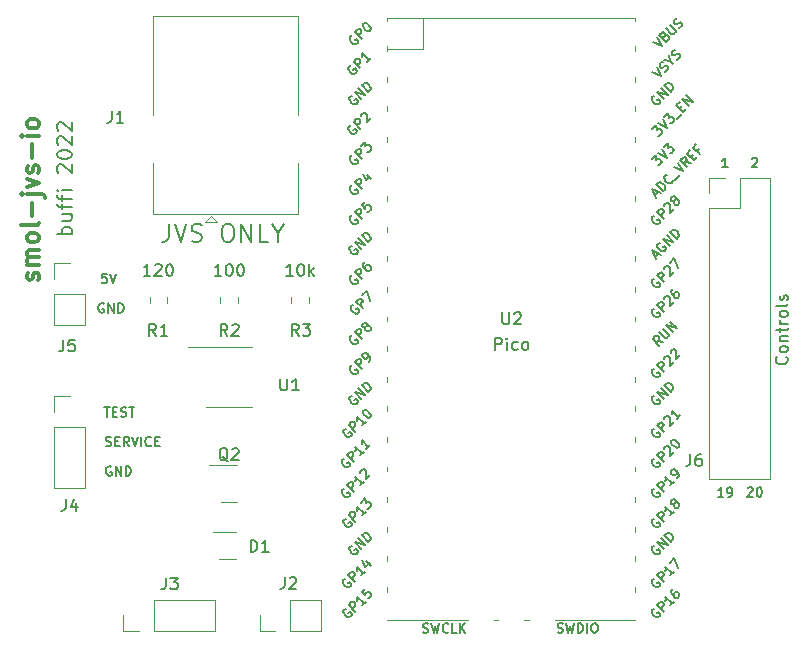
<source format=gbr>
G04 #@! TF.GenerationSoftware,KiCad,Pcbnew,(6.0.0)*
G04 #@! TF.CreationDate,2022-09-19T18:58:24+02:00*
G04 #@! TF.ProjectId,td-io,74642d69-6f2e-46b6-9963-61645f706362,rev?*
G04 #@! TF.SameCoordinates,Original*
G04 #@! TF.FileFunction,Legend,Top*
G04 #@! TF.FilePolarity,Positive*
%FSLAX46Y46*%
G04 Gerber Fmt 4.6, Leading zero omitted, Abs format (unit mm)*
G04 Created by KiCad (PCBNEW (6.0.0)) date 2022-09-19 18:58:24*
%MOMM*%
%LPD*%
G01*
G04 APERTURE LIST*
%ADD10C,0.200000*%
%ADD11C,0.150000*%
%ADD12C,0.300000*%
%ADD13C,0.120000*%
G04 APERTURE END LIST*
D10*
X172665476Y-63402380D02*
X171415476Y-63402380D01*
X171891666Y-63402380D02*
X171832142Y-63283333D01*
X171832142Y-63045238D01*
X171891666Y-62926190D01*
X171951190Y-62866666D01*
X172070238Y-62807142D01*
X172427380Y-62807142D01*
X172546428Y-62866666D01*
X172605952Y-62926190D01*
X172665476Y-63045238D01*
X172665476Y-63283333D01*
X172605952Y-63402380D01*
X171832142Y-61735714D02*
X172665476Y-61735714D01*
X171832142Y-62271428D02*
X172486904Y-62271428D01*
X172605952Y-62211904D01*
X172665476Y-62092857D01*
X172665476Y-61914285D01*
X172605952Y-61795238D01*
X172546428Y-61735714D01*
X171832142Y-61319047D02*
X171832142Y-60842857D01*
X172665476Y-61140476D02*
X171594047Y-61140476D01*
X171475000Y-61080952D01*
X171415476Y-60961904D01*
X171415476Y-60842857D01*
X171832142Y-60604761D02*
X171832142Y-60128571D01*
X172665476Y-60426190D02*
X171594047Y-60426190D01*
X171475000Y-60366666D01*
X171415476Y-60247619D01*
X171415476Y-60128571D01*
X172665476Y-59711904D02*
X171832142Y-59711904D01*
X171415476Y-59711904D02*
X171475000Y-59771428D01*
X171534523Y-59711904D01*
X171475000Y-59652380D01*
X171415476Y-59711904D01*
X171534523Y-59711904D01*
X171534523Y-58223809D02*
X171475000Y-58164285D01*
X171415476Y-58045238D01*
X171415476Y-57747619D01*
X171475000Y-57628571D01*
X171534523Y-57569047D01*
X171653571Y-57509523D01*
X171772619Y-57509523D01*
X171951190Y-57569047D01*
X172665476Y-58283333D01*
X172665476Y-57509523D01*
X171415476Y-56735714D02*
X171415476Y-56616666D01*
X171475000Y-56497619D01*
X171534523Y-56438095D01*
X171653571Y-56378571D01*
X171891666Y-56319047D01*
X172189285Y-56319047D01*
X172427380Y-56378571D01*
X172546428Y-56438095D01*
X172605952Y-56497619D01*
X172665476Y-56616666D01*
X172665476Y-56735714D01*
X172605952Y-56854761D01*
X172546428Y-56914285D01*
X172427380Y-56973809D01*
X172189285Y-57033333D01*
X171891666Y-57033333D01*
X171653571Y-56973809D01*
X171534523Y-56914285D01*
X171475000Y-56854761D01*
X171415476Y-56735714D01*
X171534523Y-55842857D02*
X171475000Y-55783333D01*
X171415476Y-55664285D01*
X171415476Y-55366666D01*
X171475000Y-55247619D01*
X171534523Y-55188095D01*
X171653571Y-55128571D01*
X171772619Y-55128571D01*
X171951190Y-55188095D01*
X172665476Y-55902380D01*
X172665476Y-55128571D01*
X171534523Y-54652380D02*
X171475000Y-54592857D01*
X171415476Y-54473809D01*
X171415476Y-54176190D01*
X171475000Y-54057142D01*
X171534523Y-53997619D01*
X171653571Y-53938095D01*
X171772619Y-53938095D01*
X171951190Y-53997619D01*
X172665476Y-54711904D01*
X172665476Y-53938095D01*
D11*
X228228571Y-57761904D02*
X227771428Y-57761904D01*
X228000000Y-57761904D02*
X228000000Y-56961904D01*
X227923809Y-57076190D01*
X227847619Y-57152380D01*
X227771428Y-57190476D01*
D12*
X169807142Y-67321428D02*
X169878571Y-67178571D01*
X169878571Y-66892857D01*
X169807142Y-66750000D01*
X169664285Y-66678571D01*
X169592857Y-66678571D01*
X169450000Y-66750000D01*
X169378571Y-66892857D01*
X169378571Y-67107142D01*
X169307142Y-67250000D01*
X169164285Y-67321428D01*
X169092857Y-67321428D01*
X168950000Y-67250000D01*
X168878571Y-67107142D01*
X168878571Y-66892857D01*
X168950000Y-66750000D01*
X169878571Y-66035714D02*
X168878571Y-66035714D01*
X169021428Y-66035714D02*
X168950000Y-65964285D01*
X168878571Y-65821428D01*
X168878571Y-65607142D01*
X168950000Y-65464285D01*
X169092857Y-65392857D01*
X169878571Y-65392857D01*
X169092857Y-65392857D02*
X168950000Y-65321428D01*
X168878571Y-65178571D01*
X168878571Y-64964285D01*
X168950000Y-64821428D01*
X169092857Y-64750000D01*
X169878571Y-64750000D01*
X169878571Y-63821428D02*
X169807142Y-63964285D01*
X169735714Y-64035714D01*
X169592857Y-64107142D01*
X169164285Y-64107142D01*
X169021428Y-64035714D01*
X168950000Y-63964285D01*
X168878571Y-63821428D01*
X168878571Y-63607142D01*
X168950000Y-63464285D01*
X169021428Y-63392857D01*
X169164285Y-63321428D01*
X169592857Y-63321428D01*
X169735714Y-63392857D01*
X169807142Y-63464285D01*
X169878571Y-63607142D01*
X169878571Y-63821428D01*
X169878571Y-62464285D02*
X169807142Y-62607142D01*
X169664285Y-62678571D01*
X168378571Y-62678571D01*
X169307142Y-61892857D02*
X169307142Y-60750000D01*
X168878571Y-60035714D02*
X170164285Y-60035714D01*
X170307142Y-60107142D01*
X170378571Y-60250000D01*
X170378571Y-60321428D01*
X168378571Y-60035714D02*
X168450000Y-60107142D01*
X168521428Y-60035714D01*
X168450000Y-59964285D01*
X168378571Y-60035714D01*
X168521428Y-60035714D01*
X168878571Y-59464285D02*
X169878571Y-59107142D01*
X168878571Y-58750000D01*
X169807142Y-58250000D02*
X169878571Y-58107142D01*
X169878571Y-57821428D01*
X169807142Y-57678571D01*
X169664285Y-57607142D01*
X169592857Y-57607142D01*
X169450000Y-57678571D01*
X169378571Y-57821428D01*
X169378571Y-58035714D01*
X169307142Y-58178571D01*
X169164285Y-58250000D01*
X169092857Y-58250000D01*
X168950000Y-58178571D01*
X168878571Y-58035714D01*
X168878571Y-57821428D01*
X168950000Y-57678571D01*
X169307142Y-56964285D02*
X169307142Y-55821428D01*
X169878571Y-55107142D02*
X168878571Y-55107142D01*
X168378571Y-55107142D02*
X168450000Y-55178571D01*
X168521428Y-55107142D01*
X168450000Y-55035714D01*
X168378571Y-55107142D01*
X168521428Y-55107142D01*
X169878571Y-54178571D02*
X169807142Y-54321428D01*
X169735714Y-54392857D01*
X169592857Y-54464285D01*
X169164285Y-54464285D01*
X169021428Y-54392857D01*
X168950000Y-54321428D01*
X168878571Y-54178571D01*
X168878571Y-53964285D01*
X168950000Y-53821428D01*
X169021428Y-53750000D01*
X169164285Y-53678571D01*
X169592857Y-53678571D01*
X169735714Y-53750000D01*
X169807142Y-53821428D01*
X169878571Y-53964285D01*
X169878571Y-54178571D01*
D11*
X176007023Y-83100000D02*
X175930833Y-83061904D01*
X175816547Y-83061904D01*
X175702261Y-83100000D01*
X175626071Y-83176190D01*
X175587976Y-83252380D01*
X175549880Y-83404761D01*
X175549880Y-83519047D01*
X175587976Y-83671428D01*
X175626071Y-83747619D01*
X175702261Y-83823809D01*
X175816547Y-83861904D01*
X175892738Y-83861904D01*
X176007023Y-83823809D01*
X176045119Y-83785714D01*
X176045119Y-83519047D01*
X175892738Y-83519047D01*
X176387976Y-83861904D02*
X176387976Y-83061904D01*
X176845119Y-83861904D01*
X176845119Y-83061904D01*
X177226071Y-83861904D02*
X177226071Y-83061904D01*
X177416547Y-83061904D01*
X177530833Y-83100000D01*
X177607023Y-83176190D01*
X177645119Y-83252380D01*
X177683214Y-83404761D01*
X177683214Y-83519047D01*
X177645119Y-83671428D01*
X177607023Y-83747619D01*
X177530833Y-83823809D01*
X177416547Y-83861904D01*
X177226071Y-83861904D01*
X229890476Y-84938095D02*
X229928571Y-84900000D01*
X230004761Y-84861904D01*
X230195238Y-84861904D01*
X230271428Y-84900000D01*
X230309523Y-84938095D01*
X230347619Y-85014285D01*
X230347619Y-85090476D01*
X230309523Y-85204761D01*
X229852380Y-85661904D01*
X230347619Y-85661904D01*
X230842857Y-84861904D02*
X230919047Y-84861904D01*
X230995238Y-84900000D01*
X231033333Y-84938095D01*
X231071428Y-85014285D01*
X231109523Y-85166666D01*
X231109523Y-85357142D01*
X231071428Y-85509523D01*
X231033333Y-85585714D01*
X230995238Y-85623809D01*
X230919047Y-85661904D01*
X230842857Y-85661904D01*
X230766666Y-85623809D01*
X230728571Y-85585714D01*
X230690476Y-85509523D01*
X230652380Y-85357142D01*
X230652380Y-85166666D01*
X230690476Y-85014285D01*
X230728571Y-84938095D01*
X230766666Y-84900000D01*
X230842857Y-84861904D01*
X230271428Y-57038095D02*
X230309523Y-57000000D01*
X230385714Y-56961904D01*
X230576190Y-56961904D01*
X230652380Y-57000000D01*
X230690476Y-57038095D01*
X230728571Y-57114285D01*
X230728571Y-57190476D01*
X230690476Y-57304761D01*
X230233333Y-57761904D01*
X230728571Y-57761904D01*
X175647619Y-66761904D02*
X175266666Y-66761904D01*
X175228571Y-67142857D01*
X175266666Y-67104761D01*
X175342857Y-67066666D01*
X175533333Y-67066666D01*
X175609523Y-67104761D01*
X175647619Y-67142857D01*
X175685714Y-67219047D01*
X175685714Y-67409523D01*
X175647619Y-67485714D01*
X175609523Y-67523809D01*
X175533333Y-67561904D01*
X175342857Y-67561904D01*
X175266666Y-67523809D01*
X175228571Y-67485714D01*
X175914285Y-66761904D02*
X176180952Y-67561904D01*
X176447619Y-66761904D01*
X175549880Y-81323809D02*
X175664166Y-81361904D01*
X175854642Y-81361904D01*
X175930833Y-81323809D01*
X175968928Y-81285714D01*
X176007023Y-81209523D01*
X176007023Y-81133333D01*
X175968928Y-81057142D01*
X175930833Y-81019047D01*
X175854642Y-80980952D01*
X175702261Y-80942857D01*
X175626071Y-80904761D01*
X175587976Y-80866666D01*
X175549880Y-80790476D01*
X175549880Y-80714285D01*
X175587976Y-80638095D01*
X175626071Y-80600000D01*
X175702261Y-80561904D01*
X175892738Y-80561904D01*
X176007023Y-80600000D01*
X176349880Y-80942857D02*
X176616547Y-80942857D01*
X176730833Y-81361904D02*
X176349880Y-81361904D01*
X176349880Y-80561904D01*
X176730833Y-80561904D01*
X177530833Y-81361904D02*
X177264166Y-80980952D01*
X177073690Y-81361904D02*
X177073690Y-80561904D01*
X177378452Y-80561904D01*
X177454642Y-80600000D01*
X177492738Y-80638095D01*
X177530833Y-80714285D01*
X177530833Y-80828571D01*
X177492738Y-80904761D01*
X177454642Y-80942857D01*
X177378452Y-80980952D01*
X177073690Y-80980952D01*
X177759404Y-80561904D02*
X178026071Y-81361904D01*
X178292738Y-80561904D01*
X178559404Y-81361904D02*
X178559404Y-80561904D01*
X179397500Y-81285714D02*
X179359404Y-81323809D01*
X179245119Y-81361904D01*
X179168928Y-81361904D01*
X179054642Y-81323809D01*
X178978452Y-81247619D01*
X178940357Y-81171428D01*
X178902261Y-81019047D01*
X178902261Y-80904761D01*
X178940357Y-80752380D01*
X178978452Y-80676190D01*
X179054642Y-80600000D01*
X179168928Y-80561904D01*
X179245119Y-80561904D01*
X179359404Y-80600000D01*
X179397500Y-80638095D01*
X179740357Y-80942857D02*
X180007023Y-80942857D01*
X180121309Y-81361904D02*
X179740357Y-81361904D01*
X179740357Y-80561904D01*
X180121309Y-80561904D01*
X175423809Y-78061904D02*
X175880952Y-78061904D01*
X175652380Y-78861904D02*
X175652380Y-78061904D01*
X176147619Y-78442857D02*
X176414285Y-78442857D01*
X176528571Y-78861904D02*
X176147619Y-78861904D01*
X176147619Y-78061904D01*
X176528571Y-78061904D01*
X176833333Y-78823809D02*
X176947619Y-78861904D01*
X177138095Y-78861904D01*
X177214285Y-78823809D01*
X177252380Y-78785714D01*
X177290476Y-78709523D01*
X177290476Y-78633333D01*
X177252380Y-78557142D01*
X177214285Y-78519047D01*
X177138095Y-78480952D01*
X176985714Y-78442857D01*
X176909523Y-78404761D01*
X176871428Y-78366666D01*
X176833333Y-78290476D01*
X176833333Y-78214285D01*
X176871428Y-78138095D01*
X176909523Y-78100000D01*
X176985714Y-78061904D01*
X177176190Y-78061904D01*
X177290476Y-78100000D01*
X177519047Y-78061904D02*
X177976190Y-78061904D01*
X177747619Y-78861904D02*
X177747619Y-78061904D01*
D10*
X180889285Y-62553571D02*
X180889285Y-63625000D01*
X180817857Y-63839285D01*
X180675000Y-63982142D01*
X180460714Y-64053571D01*
X180317857Y-64053571D01*
X181389285Y-62553571D02*
X181889285Y-64053571D01*
X182389285Y-62553571D01*
X182817857Y-63982142D02*
X183032142Y-64053571D01*
X183389285Y-64053571D01*
X183532142Y-63982142D01*
X183603571Y-63910714D01*
X183675000Y-63767857D01*
X183675000Y-63625000D01*
X183603571Y-63482142D01*
X183532142Y-63410714D01*
X183389285Y-63339285D01*
X183103571Y-63267857D01*
X182960714Y-63196428D01*
X182889285Y-63125000D01*
X182817857Y-62982142D01*
X182817857Y-62839285D01*
X182889285Y-62696428D01*
X182960714Y-62625000D01*
X183103571Y-62553571D01*
X183460714Y-62553571D01*
X183675000Y-62625000D01*
X185746428Y-62553571D02*
X186032142Y-62553571D01*
X186175000Y-62625000D01*
X186317857Y-62767857D01*
X186389285Y-63053571D01*
X186389285Y-63553571D01*
X186317857Y-63839285D01*
X186175000Y-63982142D01*
X186032142Y-64053571D01*
X185746428Y-64053571D01*
X185603571Y-63982142D01*
X185460714Y-63839285D01*
X185389285Y-63553571D01*
X185389285Y-63053571D01*
X185460714Y-62767857D01*
X185603571Y-62625000D01*
X185746428Y-62553571D01*
X187032142Y-64053571D02*
X187032142Y-62553571D01*
X187889285Y-64053571D01*
X187889285Y-62553571D01*
X189317857Y-64053571D02*
X188603571Y-64053571D01*
X188603571Y-62553571D01*
X190103571Y-63339285D02*
X190103571Y-64053571D01*
X189603571Y-62553571D02*
X190103571Y-63339285D01*
X190603571Y-62553571D01*
D11*
X227847619Y-85661904D02*
X227390476Y-85661904D01*
X227619047Y-85661904D02*
X227619047Y-84861904D01*
X227542857Y-84976190D01*
X227466666Y-85052380D01*
X227390476Y-85090476D01*
X228228571Y-85661904D02*
X228380952Y-85661904D01*
X228457142Y-85623809D01*
X228495238Y-85585714D01*
X228571428Y-85471428D01*
X228609523Y-85319047D01*
X228609523Y-85014285D01*
X228571428Y-84938095D01*
X228533333Y-84900000D01*
X228457142Y-84861904D01*
X228304761Y-84861904D01*
X228228571Y-84900000D01*
X228190476Y-84938095D01*
X228152380Y-85014285D01*
X228152380Y-85204761D01*
X228190476Y-85280952D01*
X228228571Y-85319047D01*
X228304761Y-85357142D01*
X228457142Y-85357142D01*
X228533333Y-85319047D01*
X228571428Y-85280952D01*
X228609523Y-85204761D01*
X175390476Y-69300000D02*
X175314285Y-69261904D01*
X175200000Y-69261904D01*
X175085714Y-69300000D01*
X175009523Y-69376190D01*
X174971428Y-69452380D01*
X174933333Y-69604761D01*
X174933333Y-69719047D01*
X174971428Y-69871428D01*
X175009523Y-69947619D01*
X175085714Y-70023809D01*
X175200000Y-70061904D01*
X175276190Y-70061904D01*
X175390476Y-70023809D01*
X175428571Y-69985714D01*
X175428571Y-69719047D01*
X175276190Y-69719047D01*
X175771428Y-70061904D02*
X175771428Y-69261904D01*
X176228571Y-70061904D01*
X176228571Y-69261904D01*
X176609523Y-70061904D02*
X176609523Y-69261904D01*
X176800000Y-69261904D01*
X176914285Y-69300000D01*
X176990476Y-69376190D01*
X177028571Y-69452380D01*
X177066666Y-69604761D01*
X177066666Y-69719047D01*
X177028571Y-69871428D01*
X176990476Y-69947619D01*
X176914285Y-70023809D01*
X176800000Y-70061904D01*
X176609523Y-70061904D01*
G04 #@! TO.C,R1*
X179808333Y-72027380D02*
X179475000Y-71551190D01*
X179236904Y-72027380D02*
X179236904Y-71027380D01*
X179617857Y-71027380D01*
X179713095Y-71075000D01*
X179760714Y-71122619D01*
X179808333Y-71217857D01*
X179808333Y-71360714D01*
X179760714Y-71455952D01*
X179713095Y-71503571D01*
X179617857Y-71551190D01*
X179236904Y-71551190D01*
X180760714Y-72027380D02*
X180189285Y-72027380D01*
X180475000Y-72027380D02*
X180475000Y-71027380D01*
X180379761Y-71170238D01*
X180284523Y-71265476D01*
X180189285Y-71313095D01*
X179333333Y-66952380D02*
X178761904Y-66952380D01*
X179047619Y-66952380D02*
X179047619Y-65952380D01*
X178952380Y-66095238D01*
X178857142Y-66190476D01*
X178761904Y-66238095D01*
X179714285Y-66047619D02*
X179761904Y-66000000D01*
X179857142Y-65952380D01*
X180095238Y-65952380D01*
X180190476Y-66000000D01*
X180238095Y-66047619D01*
X180285714Y-66142857D01*
X180285714Y-66238095D01*
X180238095Y-66380952D01*
X179666666Y-66952380D01*
X180285714Y-66952380D01*
X180904761Y-65952380D02*
X181000000Y-65952380D01*
X181095238Y-66000000D01*
X181142857Y-66047619D01*
X181190476Y-66142857D01*
X181238095Y-66333333D01*
X181238095Y-66571428D01*
X181190476Y-66761904D01*
X181142857Y-66857142D01*
X181095238Y-66904761D01*
X181000000Y-66952380D01*
X180904761Y-66952380D01*
X180809523Y-66904761D01*
X180761904Y-66857142D01*
X180714285Y-66761904D01*
X180666666Y-66571428D01*
X180666666Y-66333333D01*
X180714285Y-66142857D01*
X180761904Y-66047619D01*
X180809523Y-66000000D01*
X180904761Y-65952380D01*
G04 #@! TO.C,D1*
X187811904Y-90327380D02*
X187811904Y-89327380D01*
X188050000Y-89327380D01*
X188192857Y-89375000D01*
X188288095Y-89470238D01*
X188335714Y-89565476D01*
X188383333Y-89755952D01*
X188383333Y-89898809D01*
X188335714Y-90089285D01*
X188288095Y-90184523D01*
X188192857Y-90279761D01*
X188050000Y-90327380D01*
X187811904Y-90327380D01*
X189335714Y-90327380D02*
X188764285Y-90327380D01*
X189050000Y-90327380D02*
X189050000Y-89327380D01*
X188954761Y-89470238D01*
X188859523Y-89565476D01*
X188764285Y-89613095D01*
G04 #@! TO.C,R3*
X191883333Y-72027380D02*
X191550000Y-71551190D01*
X191311904Y-72027380D02*
X191311904Y-71027380D01*
X191692857Y-71027380D01*
X191788095Y-71075000D01*
X191835714Y-71122619D01*
X191883333Y-71217857D01*
X191883333Y-71360714D01*
X191835714Y-71455952D01*
X191788095Y-71503571D01*
X191692857Y-71551190D01*
X191311904Y-71551190D01*
X192216666Y-71027380D02*
X192835714Y-71027380D01*
X192502380Y-71408333D01*
X192645238Y-71408333D01*
X192740476Y-71455952D01*
X192788095Y-71503571D01*
X192835714Y-71598809D01*
X192835714Y-71836904D01*
X192788095Y-71932142D01*
X192740476Y-71979761D01*
X192645238Y-72027380D01*
X192359523Y-72027380D01*
X192264285Y-71979761D01*
X192216666Y-71932142D01*
X191404761Y-66952380D02*
X190833333Y-66952380D01*
X191119047Y-66952380D02*
X191119047Y-65952380D01*
X191023809Y-66095238D01*
X190928571Y-66190476D01*
X190833333Y-66238095D01*
X192023809Y-65952380D02*
X192119047Y-65952380D01*
X192214285Y-66000000D01*
X192261904Y-66047619D01*
X192309523Y-66142857D01*
X192357142Y-66333333D01*
X192357142Y-66571428D01*
X192309523Y-66761904D01*
X192261904Y-66857142D01*
X192214285Y-66904761D01*
X192119047Y-66952380D01*
X192023809Y-66952380D01*
X191928571Y-66904761D01*
X191880952Y-66857142D01*
X191833333Y-66761904D01*
X191785714Y-66571428D01*
X191785714Y-66333333D01*
X191833333Y-66142857D01*
X191880952Y-66047619D01*
X191928571Y-66000000D01*
X192023809Y-65952380D01*
X192785714Y-66952380D02*
X192785714Y-65952380D01*
X192880952Y-66571428D02*
X193166666Y-66952380D01*
X193166666Y-66285714D02*
X192785714Y-66666666D01*
G04 #@! TO.C,R2*
X185858333Y-72027380D02*
X185525000Y-71551190D01*
X185286904Y-72027380D02*
X185286904Y-71027380D01*
X185667857Y-71027380D01*
X185763095Y-71075000D01*
X185810714Y-71122619D01*
X185858333Y-71217857D01*
X185858333Y-71360714D01*
X185810714Y-71455952D01*
X185763095Y-71503571D01*
X185667857Y-71551190D01*
X185286904Y-71551190D01*
X186239285Y-71122619D02*
X186286904Y-71075000D01*
X186382142Y-71027380D01*
X186620238Y-71027380D01*
X186715476Y-71075000D01*
X186763095Y-71122619D01*
X186810714Y-71217857D01*
X186810714Y-71313095D01*
X186763095Y-71455952D01*
X186191666Y-72027380D01*
X186810714Y-72027380D01*
X185333333Y-66952380D02*
X184761904Y-66952380D01*
X185047619Y-66952380D02*
X185047619Y-65952380D01*
X184952380Y-66095238D01*
X184857142Y-66190476D01*
X184761904Y-66238095D01*
X185952380Y-65952380D02*
X186047619Y-65952380D01*
X186142857Y-66000000D01*
X186190476Y-66047619D01*
X186238095Y-66142857D01*
X186285714Y-66333333D01*
X186285714Y-66571428D01*
X186238095Y-66761904D01*
X186190476Y-66857142D01*
X186142857Y-66904761D01*
X186047619Y-66952380D01*
X185952380Y-66952380D01*
X185857142Y-66904761D01*
X185809523Y-66857142D01*
X185761904Y-66761904D01*
X185714285Y-66571428D01*
X185714285Y-66333333D01*
X185761904Y-66142857D01*
X185809523Y-66047619D01*
X185857142Y-66000000D01*
X185952380Y-65952380D01*
X186904761Y-65952380D02*
X187000000Y-65952380D01*
X187095238Y-66000000D01*
X187142857Y-66047619D01*
X187190476Y-66142857D01*
X187238095Y-66333333D01*
X187238095Y-66571428D01*
X187190476Y-66761904D01*
X187142857Y-66857142D01*
X187095238Y-66904761D01*
X187000000Y-66952380D01*
X186904761Y-66952380D01*
X186809523Y-66904761D01*
X186761904Y-66857142D01*
X186714285Y-66761904D01*
X186666666Y-66571428D01*
X186666666Y-66333333D01*
X186714285Y-66142857D01*
X186761904Y-66047619D01*
X186809523Y-66000000D01*
X186904761Y-65952380D01*
G04 #@! TO.C,U1*
X190338095Y-75652380D02*
X190338095Y-76461904D01*
X190385714Y-76557142D01*
X190433333Y-76604761D01*
X190528571Y-76652380D01*
X190719047Y-76652380D01*
X190814285Y-76604761D01*
X190861904Y-76557142D01*
X190909523Y-76461904D01*
X190909523Y-75652380D01*
X191909523Y-76652380D02*
X191338095Y-76652380D01*
X191623809Y-76652380D02*
X191623809Y-75652380D01*
X191528571Y-75795238D01*
X191433333Y-75890476D01*
X191338095Y-75938095D01*
G04 #@! TO.C,J1*
X176041666Y-52977380D02*
X176041666Y-53691666D01*
X175994047Y-53834523D01*
X175898809Y-53929761D01*
X175755952Y-53977380D01*
X175660714Y-53977380D01*
X177041666Y-53977380D02*
X176470238Y-53977380D01*
X176755952Y-53977380D02*
X176755952Y-52977380D01*
X176660714Y-53120238D01*
X176565476Y-53215476D01*
X176470238Y-53263095D01*
G04 #@! TO.C,J2*
X190691666Y-92452380D02*
X190691666Y-93166666D01*
X190644047Y-93309523D01*
X190548809Y-93404761D01*
X190405952Y-93452380D01*
X190310714Y-93452380D01*
X191120238Y-92547619D02*
X191167857Y-92500000D01*
X191263095Y-92452380D01*
X191501190Y-92452380D01*
X191596428Y-92500000D01*
X191644047Y-92547619D01*
X191691666Y-92642857D01*
X191691666Y-92738095D01*
X191644047Y-92880952D01*
X191072619Y-93452380D01*
X191691666Y-93452380D01*
G04 #@! TO.C,U2*
X209138095Y-70052380D02*
X209138095Y-70861904D01*
X209185714Y-70957142D01*
X209233333Y-71004761D01*
X209328571Y-71052380D01*
X209519047Y-71052380D01*
X209614285Y-71004761D01*
X209661904Y-70957142D01*
X209709523Y-70861904D01*
X209709523Y-70052380D01*
X210138095Y-70147619D02*
X210185714Y-70100000D01*
X210280952Y-70052380D01*
X210519047Y-70052380D01*
X210614285Y-70100000D01*
X210661904Y-70147619D01*
X210709523Y-70242857D01*
X210709523Y-70338095D01*
X210661904Y-70480952D01*
X210090476Y-71052380D01*
X210709523Y-71052380D01*
X208519047Y-73211380D02*
X208519047Y-72211380D01*
X208900000Y-72211380D01*
X208995238Y-72259000D01*
X209042857Y-72306619D01*
X209090476Y-72401857D01*
X209090476Y-72544714D01*
X209042857Y-72639952D01*
X208995238Y-72687571D01*
X208900000Y-72735190D01*
X208519047Y-72735190D01*
X209519047Y-73211380D02*
X209519047Y-72544714D01*
X209519047Y-72211380D02*
X209471428Y-72259000D01*
X209519047Y-72306619D01*
X209566666Y-72259000D01*
X209519047Y-72211380D01*
X209519047Y-72306619D01*
X210423809Y-73163761D02*
X210328571Y-73211380D01*
X210138095Y-73211380D01*
X210042857Y-73163761D01*
X209995238Y-73116142D01*
X209947619Y-73020904D01*
X209947619Y-72735190D01*
X209995238Y-72639952D01*
X210042857Y-72592333D01*
X210138095Y-72544714D01*
X210328571Y-72544714D01*
X210423809Y-72592333D01*
X210995238Y-73211380D02*
X210900000Y-73163761D01*
X210852380Y-73116142D01*
X210804761Y-73020904D01*
X210804761Y-72735190D01*
X210852380Y-72639952D01*
X210900000Y-72592333D01*
X210995238Y-72544714D01*
X211138095Y-72544714D01*
X211233333Y-72592333D01*
X211280952Y-72639952D01*
X211328571Y-72735190D01*
X211328571Y-73020904D01*
X211280952Y-73116142D01*
X211233333Y-73163761D01*
X211138095Y-73211380D01*
X210995238Y-73211380D01*
X221986158Y-51698155D02*
X221905346Y-51725093D01*
X221824534Y-51805905D01*
X221770659Y-51913654D01*
X221770659Y-52021404D01*
X221797597Y-52102216D01*
X221878409Y-52236903D01*
X221959221Y-52317715D01*
X222093908Y-52398528D01*
X222174720Y-52425465D01*
X222282470Y-52425465D01*
X222390219Y-52371590D01*
X222444094Y-52317715D01*
X222497969Y-52209966D01*
X222497969Y-52156091D01*
X222309407Y-51967529D01*
X222201658Y-52075279D01*
X222794280Y-51967529D02*
X222228595Y-51401844D01*
X223117529Y-51644280D01*
X222551844Y-51078595D01*
X223386903Y-51374906D02*
X222821218Y-50809221D01*
X222955905Y-50674534D01*
X223063654Y-50620659D01*
X223171404Y-50620659D01*
X223252216Y-50647597D01*
X223386903Y-50728409D01*
X223467715Y-50809221D01*
X223548528Y-50943908D01*
X223575465Y-51024720D01*
X223575465Y-51132470D01*
X223521590Y-51240219D01*
X223386903Y-51374906D01*
X196313096Y-54211218D02*
X196232284Y-54238155D01*
X196151471Y-54318967D01*
X196097597Y-54426717D01*
X196097597Y-54534467D01*
X196124534Y-54615279D01*
X196205346Y-54749966D01*
X196286158Y-54830778D01*
X196420845Y-54911590D01*
X196501658Y-54938528D01*
X196609407Y-54938528D01*
X196717157Y-54884653D01*
X196771032Y-54830778D01*
X196824906Y-54723028D01*
X196824906Y-54669154D01*
X196636345Y-54480592D01*
X196528595Y-54588341D01*
X197121218Y-54480592D02*
X196555532Y-53914906D01*
X196771032Y-53699407D01*
X196851844Y-53672470D01*
X196905719Y-53672470D01*
X196986531Y-53699407D01*
X197067343Y-53780219D01*
X197094280Y-53861032D01*
X197094280Y-53914906D01*
X197067343Y-53995719D01*
X196851844Y-54211218D01*
X197148155Y-53430033D02*
X197148155Y-53376158D01*
X197175093Y-53295346D01*
X197309780Y-53160659D01*
X197390592Y-53133722D01*
X197444467Y-53133722D01*
X197525279Y-53160659D01*
X197579154Y-53214534D01*
X197633028Y-53322284D01*
X197633028Y-53968781D01*
X197983215Y-53618595D01*
X195743722Y-84960592D02*
X195662910Y-84987529D01*
X195582097Y-85068341D01*
X195528223Y-85176091D01*
X195528223Y-85283841D01*
X195555160Y-85364653D01*
X195635972Y-85499340D01*
X195716784Y-85580152D01*
X195851471Y-85660964D01*
X195932284Y-85687902D01*
X196040033Y-85687902D01*
X196147783Y-85634027D01*
X196201658Y-85580152D01*
X196255532Y-85472402D01*
X196255532Y-85418528D01*
X196066971Y-85229966D01*
X195959221Y-85337715D01*
X196551844Y-85229966D02*
X195986158Y-84664280D01*
X196201658Y-84448781D01*
X196282470Y-84421844D01*
X196336345Y-84421844D01*
X196417157Y-84448781D01*
X196497969Y-84529593D01*
X196524906Y-84610406D01*
X196524906Y-84664280D01*
X196497969Y-84745093D01*
X196282470Y-84960592D01*
X197413841Y-84367969D02*
X197090592Y-84691218D01*
X197252216Y-84529593D02*
X196686531Y-83963908D01*
X196713468Y-84098595D01*
X196713468Y-84206345D01*
X196686531Y-84287157D01*
X197117529Y-83640659D02*
X197117529Y-83586784D01*
X197144467Y-83505972D01*
X197279154Y-83371285D01*
X197359966Y-83344348D01*
X197413841Y-83344348D01*
X197494653Y-83371285D01*
X197548528Y-83425160D01*
X197602402Y-83532910D01*
X197602402Y-84179407D01*
X197952589Y-83829221D01*
X221820473Y-49669966D02*
X222574720Y-50047089D01*
X222197597Y-49292842D01*
X222897969Y-49669966D02*
X223005719Y-49616091D01*
X223140406Y-49481404D01*
X223167343Y-49400592D01*
X223167343Y-49346717D01*
X223140406Y-49265905D01*
X223086531Y-49212030D01*
X223005719Y-49185093D01*
X222951844Y-49185093D01*
X222871032Y-49212030D01*
X222736345Y-49292842D01*
X222655532Y-49319780D01*
X222601658Y-49319780D01*
X222520845Y-49292842D01*
X222466971Y-49238967D01*
X222440033Y-49158155D01*
X222440033Y-49104280D01*
X222466971Y-49023468D01*
X222601658Y-48888781D01*
X222709407Y-48834906D01*
X223328967Y-48754094D02*
X223598341Y-49023468D01*
X222844094Y-48646345D02*
X223328967Y-48754094D01*
X223221218Y-48269221D01*
X223921590Y-48646345D02*
X224029340Y-48592470D01*
X224164027Y-48457783D01*
X224190964Y-48376971D01*
X224190964Y-48323096D01*
X224164027Y-48242284D01*
X224110152Y-48188409D01*
X224029340Y-48161471D01*
X223975465Y-48161471D01*
X223894653Y-48188409D01*
X223759966Y-48269221D01*
X223679154Y-48296158D01*
X223625279Y-48296158D01*
X223544467Y-48269221D01*
X223490592Y-48215346D01*
X223463654Y-48134534D01*
X223463654Y-48080659D01*
X223490592Y-47999847D01*
X223625279Y-47865160D01*
X223733028Y-47811285D01*
X221997722Y-92580592D02*
X221916910Y-92607529D01*
X221836097Y-92688341D01*
X221782223Y-92796091D01*
X221782223Y-92903841D01*
X221809160Y-92984653D01*
X221889972Y-93119340D01*
X221970784Y-93200152D01*
X222105471Y-93280964D01*
X222186284Y-93307902D01*
X222294033Y-93307902D01*
X222401783Y-93254027D01*
X222455658Y-93200152D01*
X222509532Y-93092402D01*
X222509532Y-93038528D01*
X222320971Y-92849966D01*
X222213221Y-92957715D01*
X222805844Y-92849966D02*
X222240158Y-92284280D01*
X222455658Y-92068781D01*
X222536470Y-92041844D01*
X222590345Y-92041844D01*
X222671157Y-92068781D01*
X222751969Y-92149593D01*
X222778906Y-92230406D01*
X222778906Y-92284280D01*
X222751969Y-92365093D01*
X222536470Y-92580592D01*
X223667841Y-91987969D02*
X223344592Y-92311218D01*
X223506216Y-92149593D02*
X222940531Y-91583908D01*
X222967468Y-91718595D01*
X222967468Y-91826345D01*
X222940531Y-91907157D01*
X223290717Y-91233722D02*
X223667841Y-90856598D01*
X223991089Y-91664720D01*
X221853129Y-47127309D02*
X222607377Y-47504433D01*
X222230253Y-46750186D01*
X222876751Y-46642436D02*
X222984500Y-46588561D01*
X223038375Y-46588561D01*
X223119187Y-46615499D01*
X223200000Y-46696311D01*
X223226937Y-46777123D01*
X223226937Y-46830998D01*
X223200000Y-46911810D01*
X222984500Y-47127309D01*
X222418815Y-46561624D01*
X222607377Y-46373062D01*
X222688189Y-46346125D01*
X222742064Y-46346125D01*
X222822876Y-46373062D01*
X222876751Y-46426937D01*
X222903688Y-46507749D01*
X222903688Y-46561624D01*
X222876751Y-46642436D01*
X222688189Y-46830998D01*
X222984500Y-45995938D02*
X223442436Y-46453874D01*
X223523248Y-46480812D01*
X223577123Y-46480812D01*
X223657935Y-46453874D01*
X223765685Y-46346125D01*
X223792622Y-46265312D01*
X223792622Y-46211438D01*
X223765685Y-46130625D01*
X223307749Y-45672690D01*
X224088934Y-45969001D02*
X224196683Y-45915126D01*
X224331370Y-45780439D01*
X224358308Y-45699627D01*
X224358308Y-45645752D01*
X224331370Y-45564940D01*
X224277496Y-45511065D01*
X224196683Y-45484128D01*
X224142809Y-45484128D01*
X224061996Y-45511065D01*
X223927309Y-45591877D01*
X223846497Y-45618815D01*
X223792622Y-45618815D01*
X223711810Y-45591877D01*
X223657935Y-45538003D01*
X223630998Y-45457190D01*
X223630998Y-45403316D01*
X223657935Y-45322503D01*
X223792622Y-45187816D01*
X223900372Y-45133942D01*
X196413096Y-46591218D02*
X196332284Y-46618155D01*
X196251471Y-46698967D01*
X196197597Y-46806717D01*
X196197597Y-46914467D01*
X196224534Y-46995279D01*
X196305346Y-47129966D01*
X196386158Y-47210778D01*
X196520845Y-47291590D01*
X196601658Y-47318528D01*
X196709407Y-47318528D01*
X196817157Y-47264653D01*
X196871032Y-47210778D01*
X196924906Y-47103028D01*
X196924906Y-47049154D01*
X196736345Y-46860592D01*
X196628595Y-46968341D01*
X197221218Y-46860592D02*
X196655532Y-46294906D01*
X196871032Y-46079407D01*
X196951844Y-46052470D01*
X197005719Y-46052470D01*
X197086531Y-46079407D01*
X197167343Y-46160219D01*
X197194280Y-46241032D01*
X197194280Y-46294906D01*
X197167343Y-46375719D01*
X196951844Y-46591218D01*
X197328967Y-45621471D02*
X197382842Y-45567597D01*
X197463654Y-45540659D01*
X197517529Y-45540659D01*
X197598341Y-45567597D01*
X197733028Y-45648409D01*
X197867715Y-45783096D01*
X197948528Y-45917783D01*
X197975465Y-45998595D01*
X197975465Y-46052470D01*
X197948528Y-46133282D01*
X197894653Y-46187157D01*
X197813841Y-46214094D01*
X197759966Y-46214094D01*
X197679154Y-46187157D01*
X197544467Y-46106345D01*
X197409780Y-45971658D01*
X197328967Y-45836971D01*
X197302030Y-45756158D01*
X197302030Y-45702284D01*
X197328967Y-45621471D01*
X221997722Y-69720592D02*
X221916910Y-69747529D01*
X221836097Y-69828341D01*
X221782223Y-69936091D01*
X221782223Y-70043841D01*
X221809160Y-70124653D01*
X221889972Y-70259340D01*
X221970784Y-70340152D01*
X222105471Y-70420964D01*
X222186284Y-70447902D01*
X222294033Y-70447902D01*
X222401783Y-70394027D01*
X222455658Y-70340152D01*
X222509532Y-70232402D01*
X222509532Y-70178528D01*
X222320971Y-69989966D01*
X222213221Y-70097715D01*
X222805844Y-69989966D02*
X222240158Y-69424280D01*
X222455658Y-69208781D01*
X222536470Y-69181844D01*
X222590345Y-69181844D01*
X222671157Y-69208781D01*
X222751969Y-69289593D01*
X222778906Y-69370406D01*
X222778906Y-69424280D01*
X222751969Y-69505093D01*
X222536470Y-69720592D01*
X222832781Y-68939407D02*
X222832781Y-68885532D01*
X222859719Y-68804720D01*
X222994406Y-68670033D01*
X223075218Y-68643096D01*
X223129093Y-68643096D01*
X223209905Y-68670033D01*
X223263780Y-68723908D01*
X223317654Y-68831658D01*
X223317654Y-69478155D01*
X223667841Y-69127969D01*
X223587028Y-68077410D02*
X223479279Y-68185160D01*
X223452341Y-68265972D01*
X223452341Y-68319847D01*
X223479279Y-68454534D01*
X223560091Y-68589221D01*
X223775590Y-68804720D01*
X223856402Y-68831658D01*
X223910277Y-68831658D01*
X223991089Y-68804720D01*
X224098839Y-68696971D01*
X224125776Y-68616158D01*
X224125776Y-68562284D01*
X224098839Y-68481471D01*
X223964152Y-68346784D01*
X223883340Y-68319847D01*
X223829465Y-68319847D01*
X223748653Y-68346784D01*
X223640903Y-68454534D01*
X223613966Y-68535346D01*
X223613966Y-68589221D01*
X223640903Y-68670033D01*
X195889722Y-79880592D02*
X195808910Y-79907529D01*
X195728097Y-79988341D01*
X195674223Y-80096091D01*
X195674223Y-80203841D01*
X195701160Y-80284653D01*
X195781972Y-80419340D01*
X195862784Y-80500152D01*
X195997471Y-80580964D01*
X196078284Y-80607902D01*
X196186033Y-80607902D01*
X196293783Y-80554027D01*
X196347658Y-80500152D01*
X196401532Y-80392402D01*
X196401532Y-80338528D01*
X196212971Y-80149966D01*
X196105221Y-80257715D01*
X196697844Y-80149966D02*
X196132158Y-79584280D01*
X196347658Y-79368781D01*
X196428470Y-79341844D01*
X196482345Y-79341844D01*
X196563157Y-79368781D01*
X196643969Y-79449593D01*
X196670906Y-79530406D01*
X196670906Y-79584280D01*
X196643969Y-79665093D01*
X196428470Y-79880592D01*
X197559841Y-79287969D02*
X197236592Y-79611218D01*
X197398216Y-79449593D02*
X196832531Y-78883908D01*
X196859468Y-79018595D01*
X196859468Y-79126345D01*
X196832531Y-79207157D01*
X197344341Y-78372097D02*
X197398216Y-78318223D01*
X197479028Y-78291285D01*
X197532903Y-78291285D01*
X197613715Y-78318223D01*
X197748402Y-78399035D01*
X197883089Y-78533722D01*
X197963902Y-78668409D01*
X197990839Y-78749221D01*
X197990839Y-78803096D01*
X197963902Y-78883908D01*
X197910027Y-78937783D01*
X197829215Y-78964720D01*
X197775340Y-78964720D01*
X197694528Y-78937783D01*
X197559841Y-78856971D01*
X197425154Y-78722284D01*
X197344341Y-78587597D01*
X197317404Y-78506784D01*
X197317404Y-78452910D01*
X197344341Y-78372097D01*
X196413096Y-71991218D02*
X196332284Y-72018155D01*
X196251471Y-72098967D01*
X196197597Y-72206717D01*
X196197597Y-72314467D01*
X196224534Y-72395279D01*
X196305346Y-72529966D01*
X196386158Y-72610778D01*
X196520845Y-72691590D01*
X196601658Y-72718528D01*
X196709407Y-72718528D01*
X196817157Y-72664653D01*
X196871032Y-72610778D01*
X196924906Y-72503028D01*
X196924906Y-72449154D01*
X196736345Y-72260592D01*
X196628595Y-72368341D01*
X197221218Y-72260592D02*
X196655532Y-71694906D01*
X196871032Y-71479407D01*
X196951844Y-71452470D01*
X197005719Y-71452470D01*
X197086531Y-71479407D01*
X197167343Y-71560219D01*
X197194280Y-71641032D01*
X197194280Y-71694906D01*
X197167343Y-71775719D01*
X196951844Y-71991218D01*
X197544467Y-71290845D02*
X197463654Y-71317783D01*
X197409780Y-71317783D01*
X197328967Y-71290845D01*
X197302030Y-71263908D01*
X197275093Y-71183096D01*
X197275093Y-71129221D01*
X197302030Y-71048409D01*
X197409780Y-70940659D01*
X197490592Y-70913722D01*
X197544467Y-70913722D01*
X197625279Y-70940659D01*
X197652216Y-70967597D01*
X197679154Y-71048409D01*
X197679154Y-71102284D01*
X197652216Y-71183096D01*
X197544467Y-71290845D01*
X197517529Y-71371658D01*
X197517529Y-71425532D01*
X197544467Y-71506345D01*
X197652216Y-71614094D01*
X197733028Y-71641032D01*
X197786903Y-71641032D01*
X197867715Y-71614094D01*
X197975465Y-71506345D01*
X198002402Y-71425532D01*
X198002402Y-71371658D01*
X197975465Y-71290845D01*
X197867715Y-71183096D01*
X197786903Y-71156158D01*
X197733028Y-71156158D01*
X197652216Y-71183096D01*
X195889722Y-87500592D02*
X195808910Y-87527529D01*
X195728097Y-87608341D01*
X195674223Y-87716091D01*
X195674223Y-87823841D01*
X195701160Y-87904653D01*
X195781972Y-88039340D01*
X195862784Y-88120152D01*
X195997471Y-88200964D01*
X196078284Y-88227902D01*
X196186033Y-88227902D01*
X196293783Y-88174027D01*
X196347658Y-88120152D01*
X196401532Y-88012402D01*
X196401532Y-87958528D01*
X196212971Y-87769966D01*
X196105221Y-87877715D01*
X196697844Y-87769966D02*
X196132158Y-87204280D01*
X196347658Y-86988781D01*
X196428470Y-86961844D01*
X196482345Y-86961844D01*
X196563157Y-86988781D01*
X196643969Y-87069593D01*
X196670906Y-87150406D01*
X196670906Y-87204280D01*
X196643969Y-87285093D01*
X196428470Y-87500592D01*
X197559841Y-86907969D02*
X197236592Y-87231218D01*
X197398216Y-87069593D02*
X196832531Y-86503908D01*
X196859468Y-86638595D01*
X196859468Y-86746345D01*
X196832531Y-86827157D01*
X197182717Y-86153722D02*
X197532903Y-85803536D01*
X197559841Y-86207597D01*
X197640653Y-86126784D01*
X197721465Y-86099847D01*
X197775340Y-86099847D01*
X197856152Y-86126784D01*
X197990839Y-86261471D01*
X198017776Y-86342284D01*
X198017776Y-86396158D01*
X197990839Y-86476971D01*
X197829215Y-86638595D01*
X197748402Y-86665532D01*
X197694528Y-86665532D01*
X221986158Y-89798155D02*
X221905346Y-89825093D01*
X221824534Y-89905905D01*
X221770659Y-90013654D01*
X221770659Y-90121404D01*
X221797597Y-90202216D01*
X221878409Y-90336903D01*
X221959221Y-90417715D01*
X222093908Y-90498528D01*
X222174720Y-90525465D01*
X222282470Y-90525465D01*
X222390219Y-90471590D01*
X222444094Y-90417715D01*
X222497969Y-90309966D01*
X222497969Y-90256091D01*
X222309407Y-90067529D01*
X222201658Y-90175279D01*
X222794280Y-90067529D02*
X222228595Y-89501844D01*
X223117529Y-89744280D01*
X222551844Y-89178595D01*
X223386903Y-89474906D02*
X222821218Y-88909221D01*
X222955905Y-88774534D01*
X223063654Y-88720659D01*
X223171404Y-88720659D01*
X223252216Y-88747597D01*
X223386903Y-88828409D01*
X223467715Y-88909221D01*
X223548528Y-89043908D01*
X223575465Y-89124720D01*
X223575465Y-89232470D01*
X223521590Y-89340219D01*
X223386903Y-89474906D01*
X221997722Y-82420592D02*
X221916910Y-82447529D01*
X221836097Y-82528341D01*
X221782223Y-82636091D01*
X221782223Y-82743841D01*
X221809160Y-82824653D01*
X221889972Y-82959340D01*
X221970784Y-83040152D01*
X222105471Y-83120964D01*
X222186284Y-83147902D01*
X222294033Y-83147902D01*
X222401783Y-83094027D01*
X222455658Y-83040152D01*
X222509532Y-82932402D01*
X222509532Y-82878528D01*
X222320971Y-82689966D01*
X222213221Y-82797715D01*
X222805844Y-82689966D02*
X222240158Y-82124280D01*
X222455658Y-81908781D01*
X222536470Y-81881844D01*
X222590345Y-81881844D01*
X222671157Y-81908781D01*
X222751969Y-81989593D01*
X222778906Y-82070406D01*
X222778906Y-82124280D01*
X222751969Y-82205093D01*
X222536470Y-82420592D01*
X222832781Y-81639407D02*
X222832781Y-81585532D01*
X222859719Y-81504720D01*
X222994406Y-81370033D01*
X223075218Y-81343096D01*
X223129093Y-81343096D01*
X223209905Y-81370033D01*
X223263780Y-81423908D01*
X223317654Y-81531658D01*
X223317654Y-82178155D01*
X223667841Y-81827969D01*
X223452341Y-80912097D02*
X223506216Y-80858223D01*
X223587028Y-80831285D01*
X223640903Y-80831285D01*
X223721715Y-80858223D01*
X223856402Y-80939035D01*
X223991089Y-81073722D01*
X224071902Y-81208409D01*
X224098839Y-81289221D01*
X224098839Y-81343096D01*
X224071902Y-81423908D01*
X224018027Y-81477783D01*
X223937215Y-81504720D01*
X223883340Y-81504720D01*
X223802528Y-81477783D01*
X223667841Y-81396971D01*
X223533154Y-81262284D01*
X223452341Y-81127597D01*
X223425404Y-81046784D01*
X223425404Y-80992910D01*
X223452341Y-80912097D01*
X195743722Y-82420592D02*
X195662910Y-82447529D01*
X195582097Y-82528341D01*
X195528223Y-82636091D01*
X195528223Y-82743841D01*
X195555160Y-82824653D01*
X195635972Y-82959340D01*
X195716784Y-83040152D01*
X195851471Y-83120964D01*
X195932284Y-83147902D01*
X196040033Y-83147902D01*
X196147783Y-83094027D01*
X196201658Y-83040152D01*
X196255532Y-82932402D01*
X196255532Y-82878528D01*
X196066971Y-82689966D01*
X195959221Y-82797715D01*
X196551844Y-82689966D02*
X195986158Y-82124280D01*
X196201658Y-81908781D01*
X196282470Y-81881844D01*
X196336345Y-81881844D01*
X196417157Y-81908781D01*
X196497969Y-81989593D01*
X196524906Y-82070406D01*
X196524906Y-82124280D01*
X196497969Y-82205093D01*
X196282470Y-82420592D01*
X197413841Y-81827969D02*
X197090592Y-82151218D01*
X197252216Y-81989593D02*
X196686531Y-81423908D01*
X196713468Y-81558595D01*
X196713468Y-81666345D01*
X196686531Y-81747157D01*
X197952589Y-81289221D02*
X197629340Y-81612470D01*
X197790964Y-81450845D02*
X197225279Y-80885160D01*
X197252216Y-81019847D01*
X197252216Y-81127597D01*
X197225279Y-81208409D01*
X196413096Y-74531218D02*
X196332284Y-74558155D01*
X196251471Y-74638967D01*
X196197597Y-74746717D01*
X196197597Y-74854467D01*
X196224534Y-74935279D01*
X196305346Y-75069966D01*
X196386158Y-75150778D01*
X196520845Y-75231590D01*
X196601658Y-75258528D01*
X196709407Y-75258528D01*
X196817157Y-75204653D01*
X196871032Y-75150778D01*
X196924906Y-75043028D01*
X196924906Y-74989154D01*
X196736345Y-74800592D01*
X196628595Y-74908341D01*
X197221218Y-74800592D02*
X196655532Y-74234906D01*
X196871032Y-74019407D01*
X196951844Y-73992470D01*
X197005719Y-73992470D01*
X197086531Y-74019407D01*
X197167343Y-74100219D01*
X197194280Y-74181032D01*
X197194280Y-74234906D01*
X197167343Y-74315719D01*
X196951844Y-74531218D01*
X197813841Y-74207969D02*
X197921590Y-74100219D01*
X197948528Y-74019407D01*
X197948528Y-73965532D01*
X197921590Y-73830845D01*
X197840778Y-73696158D01*
X197625279Y-73480659D01*
X197544467Y-73453722D01*
X197490592Y-73453722D01*
X197409780Y-73480659D01*
X197302030Y-73588409D01*
X197275093Y-73669221D01*
X197275093Y-73723096D01*
X197302030Y-73803908D01*
X197436717Y-73938595D01*
X197517529Y-73965532D01*
X197571404Y-73965532D01*
X197652216Y-73938595D01*
X197759966Y-73830845D01*
X197786903Y-73750033D01*
X197786903Y-73696158D01*
X197759966Y-73615346D01*
X221997722Y-95120592D02*
X221916910Y-95147529D01*
X221836097Y-95228341D01*
X221782223Y-95336091D01*
X221782223Y-95443841D01*
X221809160Y-95524653D01*
X221889972Y-95659340D01*
X221970784Y-95740152D01*
X222105471Y-95820964D01*
X222186284Y-95847902D01*
X222294033Y-95847902D01*
X222401783Y-95794027D01*
X222455658Y-95740152D01*
X222509532Y-95632402D01*
X222509532Y-95578528D01*
X222320971Y-95389966D01*
X222213221Y-95497715D01*
X222805844Y-95389966D02*
X222240158Y-94824280D01*
X222455658Y-94608781D01*
X222536470Y-94581844D01*
X222590345Y-94581844D01*
X222671157Y-94608781D01*
X222751969Y-94689593D01*
X222778906Y-94770406D01*
X222778906Y-94824280D01*
X222751969Y-94905093D01*
X222536470Y-95120592D01*
X223667841Y-94527969D02*
X223344592Y-94851218D01*
X223506216Y-94689593D02*
X222940531Y-94123908D01*
X222967468Y-94258595D01*
X222967468Y-94366345D01*
X222940531Y-94447157D01*
X223587028Y-93477410D02*
X223479279Y-93585160D01*
X223452341Y-93665972D01*
X223452341Y-93719847D01*
X223479279Y-93854534D01*
X223560091Y-93989221D01*
X223775590Y-94204720D01*
X223856402Y-94231658D01*
X223910277Y-94231658D01*
X223991089Y-94204720D01*
X224098839Y-94096971D01*
X224125776Y-94016158D01*
X224125776Y-93962284D01*
X224098839Y-93881471D01*
X223964152Y-93746784D01*
X223883340Y-93719847D01*
X223829465Y-93719847D01*
X223748653Y-93746784D01*
X223640903Y-93854534D01*
X223613966Y-93935346D01*
X223613966Y-93989221D01*
X223640903Y-94070033D01*
X196386158Y-51698155D02*
X196305346Y-51725093D01*
X196224534Y-51805905D01*
X196170659Y-51913654D01*
X196170659Y-52021404D01*
X196197597Y-52102216D01*
X196278409Y-52236903D01*
X196359221Y-52317715D01*
X196493908Y-52398528D01*
X196574720Y-52425465D01*
X196682470Y-52425465D01*
X196790219Y-52371590D01*
X196844094Y-52317715D01*
X196897969Y-52209966D01*
X196897969Y-52156091D01*
X196709407Y-51967529D01*
X196601658Y-52075279D01*
X197194280Y-51967529D02*
X196628595Y-51401844D01*
X197517529Y-51644280D01*
X196951844Y-51078595D01*
X197786903Y-51374906D02*
X197221218Y-50809221D01*
X197355905Y-50674534D01*
X197463654Y-50620659D01*
X197571404Y-50620659D01*
X197652216Y-50647597D01*
X197786903Y-50728409D01*
X197867715Y-50809221D01*
X197948528Y-50943908D01*
X197975465Y-51024720D01*
X197975465Y-51132470D01*
X197921590Y-51240219D01*
X197786903Y-51374906D01*
X196413096Y-56751218D02*
X196332284Y-56778155D01*
X196251471Y-56858967D01*
X196197597Y-56966717D01*
X196197597Y-57074467D01*
X196224534Y-57155279D01*
X196305346Y-57289966D01*
X196386158Y-57370778D01*
X196520845Y-57451590D01*
X196601658Y-57478528D01*
X196709407Y-57478528D01*
X196817157Y-57424653D01*
X196871032Y-57370778D01*
X196924906Y-57263028D01*
X196924906Y-57209154D01*
X196736345Y-57020592D01*
X196628595Y-57128341D01*
X197221218Y-57020592D02*
X196655532Y-56454906D01*
X196871032Y-56239407D01*
X196951844Y-56212470D01*
X197005719Y-56212470D01*
X197086531Y-56239407D01*
X197167343Y-56320219D01*
X197194280Y-56401032D01*
X197194280Y-56454906D01*
X197167343Y-56535719D01*
X196951844Y-56751218D01*
X197167343Y-55943096D02*
X197517529Y-55592910D01*
X197544467Y-55996971D01*
X197625279Y-55916158D01*
X197706091Y-55889221D01*
X197759966Y-55889221D01*
X197840778Y-55916158D01*
X197975465Y-56050845D01*
X198002402Y-56131658D01*
X198002402Y-56185532D01*
X197975465Y-56266345D01*
X197813841Y-56427969D01*
X197733028Y-56454906D01*
X197679154Y-56454906D01*
X196413096Y-61831218D02*
X196332284Y-61858155D01*
X196251471Y-61938967D01*
X196197597Y-62046717D01*
X196197597Y-62154467D01*
X196224534Y-62235279D01*
X196305346Y-62369966D01*
X196386158Y-62450778D01*
X196520845Y-62531590D01*
X196601658Y-62558528D01*
X196709407Y-62558528D01*
X196817157Y-62504653D01*
X196871032Y-62450778D01*
X196924906Y-62343028D01*
X196924906Y-62289154D01*
X196736345Y-62100592D01*
X196628595Y-62208341D01*
X197221218Y-62100592D02*
X196655532Y-61534906D01*
X196871032Y-61319407D01*
X196951844Y-61292470D01*
X197005719Y-61292470D01*
X197086531Y-61319407D01*
X197167343Y-61400219D01*
X197194280Y-61481032D01*
X197194280Y-61534906D01*
X197167343Y-61615719D01*
X196951844Y-61831218D01*
X197490592Y-60699847D02*
X197221218Y-60969221D01*
X197463654Y-61265532D01*
X197463654Y-61211658D01*
X197490592Y-61130845D01*
X197625279Y-60996158D01*
X197706091Y-60969221D01*
X197759966Y-60969221D01*
X197840778Y-60996158D01*
X197975465Y-61130845D01*
X198002402Y-61211658D01*
X198002402Y-61265532D01*
X197975465Y-61346345D01*
X197840778Y-61481032D01*
X197759966Y-61507969D01*
X197706091Y-61507969D01*
X196413096Y-59291218D02*
X196332284Y-59318155D01*
X196251471Y-59398967D01*
X196197597Y-59506717D01*
X196197597Y-59614467D01*
X196224534Y-59695279D01*
X196305346Y-59829966D01*
X196386158Y-59910778D01*
X196520845Y-59991590D01*
X196601658Y-60018528D01*
X196709407Y-60018528D01*
X196817157Y-59964653D01*
X196871032Y-59910778D01*
X196924906Y-59803028D01*
X196924906Y-59749154D01*
X196736345Y-59560592D01*
X196628595Y-59668341D01*
X197221218Y-59560592D02*
X196655532Y-58994906D01*
X196871032Y-58779407D01*
X196951844Y-58752470D01*
X197005719Y-58752470D01*
X197086531Y-58779407D01*
X197167343Y-58860219D01*
X197194280Y-58941032D01*
X197194280Y-58994906D01*
X197167343Y-59075719D01*
X196951844Y-59291218D01*
X197652216Y-58375346D02*
X198029340Y-58752470D01*
X197302030Y-58294534D02*
X197571404Y-58833282D01*
X197921590Y-58483096D01*
X222051597Y-65340964D02*
X222320971Y-65071590D01*
X222159346Y-65556463D02*
X221782223Y-64802216D01*
X222536470Y-65179340D01*
X222482595Y-64155719D02*
X222401783Y-64182656D01*
X222320971Y-64263468D01*
X222267096Y-64371218D01*
X222267096Y-64478967D01*
X222294033Y-64559780D01*
X222374845Y-64694467D01*
X222455658Y-64775279D01*
X222590345Y-64856091D01*
X222671157Y-64883028D01*
X222778906Y-64883028D01*
X222886656Y-64829154D01*
X222940531Y-64775279D01*
X222994406Y-64667529D01*
X222994406Y-64613654D01*
X222805844Y-64425093D01*
X222698094Y-64532842D01*
X223290717Y-64425093D02*
X222725032Y-63859407D01*
X223613966Y-64101844D01*
X223048280Y-63536158D01*
X223883340Y-63832470D02*
X223317654Y-63266784D01*
X223452341Y-63132097D01*
X223560091Y-63078223D01*
X223667841Y-63078223D01*
X223748653Y-63105160D01*
X223883340Y-63185972D01*
X223964152Y-63266784D01*
X224044964Y-63401471D01*
X224071902Y-63482284D01*
X224071902Y-63590033D01*
X224018027Y-63697783D01*
X223883340Y-63832470D01*
X196386158Y-77098155D02*
X196305346Y-77125093D01*
X196224534Y-77205905D01*
X196170659Y-77313654D01*
X196170659Y-77421404D01*
X196197597Y-77502216D01*
X196278409Y-77636903D01*
X196359221Y-77717715D01*
X196493908Y-77798528D01*
X196574720Y-77825465D01*
X196682470Y-77825465D01*
X196790219Y-77771590D01*
X196844094Y-77717715D01*
X196897969Y-77609966D01*
X196897969Y-77556091D01*
X196709407Y-77367529D01*
X196601658Y-77475279D01*
X197194280Y-77367529D02*
X196628595Y-76801844D01*
X197517529Y-77044280D01*
X196951844Y-76478595D01*
X197786903Y-76774906D02*
X197221218Y-76209221D01*
X197355905Y-76074534D01*
X197463654Y-76020659D01*
X197571404Y-76020659D01*
X197652216Y-76047597D01*
X197786903Y-76128409D01*
X197867715Y-76209221D01*
X197948528Y-76343908D01*
X197975465Y-76424720D01*
X197975465Y-76532470D01*
X197921590Y-76640219D01*
X197786903Y-76774906D01*
X221997722Y-87500592D02*
X221916910Y-87527529D01*
X221836097Y-87608341D01*
X221782223Y-87716091D01*
X221782223Y-87823841D01*
X221809160Y-87904653D01*
X221889972Y-88039340D01*
X221970784Y-88120152D01*
X222105471Y-88200964D01*
X222186284Y-88227902D01*
X222294033Y-88227902D01*
X222401783Y-88174027D01*
X222455658Y-88120152D01*
X222509532Y-88012402D01*
X222509532Y-87958528D01*
X222320971Y-87769966D01*
X222213221Y-87877715D01*
X222805844Y-87769966D02*
X222240158Y-87204280D01*
X222455658Y-86988781D01*
X222536470Y-86961844D01*
X222590345Y-86961844D01*
X222671157Y-86988781D01*
X222751969Y-87069593D01*
X222778906Y-87150406D01*
X222778906Y-87204280D01*
X222751969Y-87285093D01*
X222536470Y-87500592D01*
X223667841Y-86907969D02*
X223344592Y-87231218D01*
X223506216Y-87069593D02*
X222940531Y-86503908D01*
X222967468Y-86638595D01*
X222967468Y-86746345D01*
X222940531Y-86827157D01*
X223667841Y-86261471D02*
X223587028Y-86288409D01*
X223533154Y-86288409D01*
X223452341Y-86261471D01*
X223425404Y-86234534D01*
X223398467Y-86153722D01*
X223398467Y-86099847D01*
X223425404Y-86019035D01*
X223533154Y-85911285D01*
X223613966Y-85884348D01*
X223667841Y-85884348D01*
X223748653Y-85911285D01*
X223775590Y-85938223D01*
X223802528Y-86019035D01*
X223802528Y-86072910D01*
X223775590Y-86153722D01*
X223667841Y-86261471D01*
X223640903Y-86342284D01*
X223640903Y-86396158D01*
X223667841Y-86476971D01*
X223775590Y-86584720D01*
X223856402Y-86611658D01*
X223910277Y-86611658D01*
X223991089Y-86584720D01*
X224098839Y-86476971D01*
X224125776Y-86396158D01*
X224125776Y-86342284D01*
X224098839Y-86261471D01*
X223991089Y-86153722D01*
X223910277Y-86126784D01*
X223856402Y-86126784D01*
X223775590Y-86153722D01*
X196313096Y-49121218D02*
X196232284Y-49148155D01*
X196151471Y-49228967D01*
X196097597Y-49336717D01*
X196097597Y-49444467D01*
X196124534Y-49525279D01*
X196205346Y-49659966D01*
X196286158Y-49740778D01*
X196420845Y-49821590D01*
X196501658Y-49848528D01*
X196609407Y-49848528D01*
X196717157Y-49794653D01*
X196771032Y-49740778D01*
X196824906Y-49633028D01*
X196824906Y-49579154D01*
X196636345Y-49390592D01*
X196528595Y-49498341D01*
X197121218Y-49390592D02*
X196555532Y-48824906D01*
X196771032Y-48609407D01*
X196851844Y-48582470D01*
X196905719Y-48582470D01*
X196986531Y-48609407D01*
X197067343Y-48690219D01*
X197094280Y-48771032D01*
X197094280Y-48824906D01*
X197067343Y-48905719D01*
X196851844Y-49121218D01*
X197983215Y-48528595D02*
X197659966Y-48851844D01*
X197821590Y-48690219D02*
X197255905Y-48124534D01*
X197282842Y-48259221D01*
X197282842Y-48366971D01*
X197255905Y-48447783D01*
X222054788Y-60133773D02*
X222324162Y-59864399D01*
X222162537Y-60349272D02*
X221785414Y-59595025D01*
X222539661Y-59972149D01*
X222728223Y-59783587D02*
X222162537Y-59217902D01*
X222297224Y-59083215D01*
X222404974Y-59029340D01*
X222512723Y-59029340D01*
X222593536Y-59056277D01*
X222728223Y-59137089D01*
X222809035Y-59217902D01*
X222889847Y-59352589D01*
X222916784Y-59433401D01*
X222916784Y-59541150D01*
X222862910Y-59648900D01*
X222728223Y-59783587D01*
X223563282Y-58840778D02*
X223563282Y-58894653D01*
X223509407Y-59002402D01*
X223455532Y-59056277D01*
X223347783Y-59110152D01*
X223240033Y-59110152D01*
X223159221Y-59083215D01*
X223024534Y-59002402D01*
X222943722Y-58921590D01*
X222862910Y-58786903D01*
X222835972Y-58706091D01*
X222835972Y-58598341D01*
X222889847Y-58490592D01*
X222943722Y-58436717D01*
X223051471Y-58382842D01*
X223105346Y-58382842D01*
X223778781Y-58840778D02*
X224209780Y-58409780D01*
X223644094Y-57736345D02*
X224398341Y-58113468D01*
X224021218Y-57359221D01*
X225098714Y-57413096D02*
X224640778Y-57332284D01*
X224775465Y-57736345D02*
X224209780Y-57170659D01*
X224425279Y-56955160D01*
X224506091Y-56928223D01*
X224559966Y-56928223D01*
X224640778Y-56955160D01*
X224721590Y-57035972D01*
X224748528Y-57116784D01*
X224748528Y-57170659D01*
X224721590Y-57251471D01*
X224506091Y-57466971D01*
X225044839Y-56874348D02*
X225233401Y-56685786D01*
X225610524Y-56901285D02*
X225341150Y-57170659D01*
X224775465Y-56604974D01*
X225044839Y-56335600D01*
X225745211Y-56173975D02*
X225556650Y-56362537D01*
X225852961Y-56658849D02*
X225287276Y-56093163D01*
X225556650Y-55823789D01*
X221997722Y-61846592D02*
X221916910Y-61873529D01*
X221836097Y-61954341D01*
X221782223Y-62062091D01*
X221782223Y-62169841D01*
X221809160Y-62250653D01*
X221889972Y-62385340D01*
X221970784Y-62466152D01*
X222105471Y-62546964D01*
X222186284Y-62573902D01*
X222294033Y-62573902D01*
X222401783Y-62520027D01*
X222455658Y-62466152D01*
X222509532Y-62358402D01*
X222509532Y-62304528D01*
X222320971Y-62115966D01*
X222213221Y-62223715D01*
X222805844Y-62115966D02*
X222240158Y-61550280D01*
X222455658Y-61334781D01*
X222536470Y-61307844D01*
X222590345Y-61307844D01*
X222671157Y-61334781D01*
X222751969Y-61415593D01*
X222778906Y-61496406D01*
X222778906Y-61550280D01*
X222751969Y-61631093D01*
X222536470Y-61846592D01*
X222832781Y-61065407D02*
X222832781Y-61011532D01*
X222859719Y-60930720D01*
X222994406Y-60796033D01*
X223075218Y-60769096D01*
X223129093Y-60769096D01*
X223209905Y-60796033D01*
X223263780Y-60849908D01*
X223317654Y-60957658D01*
X223317654Y-61604155D01*
X223667841Y-61253969D01*
X223667841Y-60607471D02*
X223587028Y-60634409D01*
X223533154Y-60634409D01*
X223452341Y-60607471D01*
X223425404Y-60580534D01*
X223398467Y-60499722D01*
X223398467Y-60445847D01*
X223425404Y-60365035D01*
X223533154Y-60257285D01*
X223613966Y-60230348D01*
X223667841Y-60230348D01*
X223748653Y-60257285D01*
X223775590Y-60284223D01*
X223802528Y-60365035D01*
X223802528Y-60418910D01*
X223775590Y-60499722D01*
X223667841Y-60607471D01*
X223640903Y-60688284D01*
X223640903Y-60742158D01*
X223667841Y-60822971D01*
X223775590Y-60930720D01*
X223856402Y-60957658D01*
X223910277Y-60957658D01*
X223991089Y-60930720D01*
X224098839Y-60822971D01*
X224125776Y-60742158D01*
X224125776Y-60688284D01*
X224098839Y-60607471D01*
X223991089Y-60499722D01*
X223910277Y-60472784D01*
X223856402Y-60472784D01*
X223775590Y-60499722D01*
X221997722Y-67190592D02*
X221916910Y-67217529D01*
X221836097Y-67298341D01*
X221782223Y-67406091D01*
X221782223Y-67513841D01*
X221809160Y-67594653D01*
X221889972Y-67729340D01*
X221970784Y-67810152D01*
X222105471Y-67890964D01*
X222186284Y-67917902D01*
X222294033Y-67917902D01*
X222401783Y-67864027D01*
X222455658Y-67810152D01*
X222509532Y-67702402D01*
X222509532Y-67648528D01*
X222320971Y-67459966D01*
X222213221Y-67567715D01*
X222805844Y-67459966D02*
X222240158Y-66894280D01*
X222455658Y-66678781D01*
X222536470Y-66651844D01*
X222590345Y-66651844D01*
X222671157Y-66678781D01*
X222751969Y-66759593D01*
X222778906Y-66840406D01*
X222778906Y-66894280D01*
X222751969Y-66975093D01*
X222536470Y-67190592D01*
X222832781Y-66409407D02*
X222832781Y-66355532D01*
X222859719Y-66274720D01*
X222994406Y-66140033D01*
X223075218Y-66113096D01*
X223129093Y-66113096D01*
X223209905Y-66140033D01*
X223263780Y-66193908D01*
X223317654Y-66301658D01*
X223317654Y-66948155D01*
X223667841Y-66597969D01*
X223290717Y-65843722D02*
X223667841Y-65466598D01*
X223991089Y-66274720D01*
X221986158Y-77098155D02*
X221905346Y-77125093D01*
X221824534Y-77205905D01*
X221770659Y-77313654D01*
X221770659Y-77421404D01*
X221797597Y-77502216D01*
X221878409Y-77636903D01*
X221959221Y-77717715D01*
X222093908Y-77798528D01*
X222174720Y-77825465D01*
X222282470Y-77825465D01*
X222390219Y-77771590D01*
X222444094Y-77717715D01*
X222497969Y-77609966D01*
X222497969Y-77556091D01*
X222309407Y-77367529D01*
X222201658Y-77475279D01*
X222794280Y-77367529D02*
X222228595Y-76801844D01*
X223117529Y-77044280D01*
X222551844Y-76478595D01*
X223386903Y-76774906D02*
X222821218Y-76209221D01*
X222955905Y-76074534D01*
X223063654Y-76020659D01*
X223171404Y-76020659D01*
X223252216Y-76047597D01*
X223386903Y-76128409D01*
X223467715Y-76209221D01*
X223548528Y-76343908D01*
X223575465Y-76424720D01*
X223575465Y-76532470D01*
X223521590Y-76640219D01*
X223386903Y-76774906D01*
X222738375Y-72543435D02*
X222280439Y-72462622D01*
X222415126Y-72866683D02*
X221849441Y-72300998D01*
X222064940Y-72085499D01*
X222145752Y-72058561D01*
X222199627Y-72058561D01*
X222280439Y-72085499D01*
X222361251Y-72166311D01*
X222388189Y-72247123D01*
X222388189Y-72300998D01*
X222361251Y-72381810D01*
X222145752Y-72597309D01*
X222415126Y-71735312D02*
X222873062Y-72193248D01*
X222953874Y-72220186D01*
X223007749Y-72220186D01*
X223088561Y-72193248D01*
X223196311Y-72085499D01*
X223223248Y-72004687D01*
X223223248Y-71950812D01*
X223196311Y-71869999D01*
X222738375Y-71412064D01*
X223573435Y-71708375D02*
X223007749Y-71142690D01*
X223896683Y-71385126D01*
X223330998Y-70819441D01*
X196413096Y-66911218D02*
X196332284Y-66938155D01*
X196251471Y-67018967D01*
X196197597Y-67126717D01*
X196197597Y-67234467D01*
X196224534Y-67315279D01*
X196305346Y-67449966D01*
X196386158Y-67530778D01*
X196520845Y-67611590D01*
X196601658Y-67638528D01*
X196709407Y-67638528D01*
X196817157Y-67584653D01*
X196871032Y-67530778D01*
X196924906Y-67423028D01*
X196924906Y-67369154D01*
X196736345Y-67180592D01*
X196628595Y-67288341D01*
X197221218Y-67180592D02*
X196655532Y-66614906D01*
X196871032Y-66399407D01*
X196951844Y-66372470D01*
X197005719Y-66372470D01*
X197086531Y-66399407D01*
X197167343Y-66480219D01*
X197194280Y-66561032D01*
X197194280Y-66614906D01*
X197167343Y-66695719D01*
X196951844Y-66911218D01*
X197463654Y-65806784D02*
X197355905Y-65914534D01*
X197328967Y-65995346D01*
X197328967Y-66049221D01*
X197355905Y-66183908D01*
X197436717Y-66318595D01*
X197652216Y-66534094D01*
X197733028Y-66561032D01*
X197786903Y-66561032D01*
X197867715Y-66534094D01*
X197975465Y-66426345D01*
X198002402Y-66345532D01*
X198002402Y-66291658D01*
X197975465Y-66210845D01*
X197840778Y-66076158D01*
X197759966Y-66049221D01*
X197706091Y-66049221D01*
X197625279Y-66076158D01*
X197517529Y-66183908D01*
X197490592Y-66264720D01*
X197490592Y-66318595D01*
X197517529Y-66399407D01*
X221997722Y-74800592D02*
X221916910Y-74827529D01*
X221836097Y-74908341D01*
X221782223Y-75016091D01*
X221782223Y-75123841D01*
X221809160Y-75204653D01*
X221889972Y-75339340D01*
X221970784Y-75420152D01*
X222105471Y-75500964D01*
X222186284Y-75527902D01*
X222294033Y-75527902D01*
X222401783Y-75474027D01*
X222455658Y-75420152D01*
X222509532Y-75312402D01*
X222509532Y-75258528D01*
X222320971Y-75069966D01*
X222213221Y-75177715D01*
X222805844Y-75069966D02*
X222240158Y-74504280D01*
X222455658Y-74288781D01*
X222536470Y-74261844D01*
X222590345Y-74261844D01*
X222671157Y-74288781D01*
X222751969Y-74369593D01*
X222778906Y-74450406D01*
X222778906Y-74504280D01*
X222751969Y-74585093D01*
X222536470Y-74800592D01*
X222832781Y-74019407D02*
X222832781Y-73965532D01*
X222859719Y-73884720D01*
X222994406Y-73750033D01*
X223075218Y-73723096D01*
X223129093Y-73723096D01*
X223209905Y-73750033D01*
X223263780Y-73803908D01*
X223317654Y-73911658D01*
X223317654Y-74558155D01*
X223667841Y-74207969D01*
X223371529Y-73480659D02*
X223371529Y-73426784D01*
X223398467Y-73345972D01*
X223533154Y-73211285D01*
X223613966Y-73184348D01*
X223667841Y-73184348D01*
X223748653Y-73211285D01*
X223802528Y-73265160D01*
X223856402Y-73372910D01*
X223856402Y-74019407D01*
X224206589Y-73669221D01*
X195889722Y-95120592D02*
X195808910Y-95147529D01*
X195728097Y-95228341D01*
X195674223Y-95336091D01*
X195674223Y-95443841D01*
X195701160Y-95524653D01*
X195781972Y-95659340D01*
X195862784Y-95740152D01*
X195997471Y-95820964D01*
X196078284Y-95847902D01*
X196186033Y-95847902D01*
X196293783Y-95794027D01*
X196347658Y-95740152D01*
X196401532Y-95632402D01*
X196401532Y-95578528D01*
X196212971Y-95389966D01*
X196105221Y-95497715D01*
X196697844Y-95389966D02*
X196132158Y-94824280D01*
X196347658Y-94608781D01*
X196428470Y-94581844D01*
X196482345Y-94581844D01*
X196563157Y-94608781D01*
X196643969Y-94689593D01*
X196670906Y-94770406D01*
X196670906Y-94824280D01*
X196643969Y-94905093D01*
X196428470Y-95120592D01*
X197559841Y-94527969D02*
X197236592Y-94851218D01*
X197398216Y-94689593D02*
X196832531Y-94123908D01*
X196859468Y-94258595D01*
X196859468Y-94366345D01*
X196832531Y-94447157D01*
X197505966Y-93450473D02*
X197236592Y-93719847D01*
X197479028Y-94016158D01*
X197479028Y-93962284D01*
X197505966Y-93881471D01*
X197640653Y-93746784D01*
X197721465Y-93719847D01*
X197775340Y-93719847D01*
X197856152Y-93746784D01*
X197990839Y-93881471D01*
X198017776Y-93962284D01*
X198017776Y-94016158D01*
X197990839Y-94096971D01*
X197856152Y-94231658D01*
X197775340Y-94258595D01*
X197721465Y-94258595D01*
X221789847Y-57090592D02*
X222140033Y-56740406D01*
X222166971Y-57144467D01*
X222247783Y-57063654D01*
X222328595Y-57036717D01*
X222382470Y-57036717D01*
X222463282Y-57063654D01*
X222597969Y-57198341D01*
X222624906Y-57279154D01*
X222624906Y-57333028D01*
X222597969Y-57413841D01*
X222436345Y-57575465D01*
X222355532Y-57602402D01*
X222301658Y-57602402D01*
X222301658Y-56578781D02*
X223055905Y-56955905D01*
X222678781Y-56201658D01*
X222813468Y-56066971D02*
X223163654Y-55716784D01*
X223190592Y-56120845D01*
X223271404Y-56040033D01*
X223352216Y-56013096D01*
X223406091Y-56013096D01*
X223486903Y-56040033D01*
X223621590Y-56174720D01*
X223648528Y-56255532D01*
X223648528Y-56309407D01*
X223621590Y-56390219D01*
X223459966Y-56551844D01*
X223379154Y-56578781D01*
X223325279Y-56578781D01*
X202390476Y-97123809D02*
X202504761Y-97161904D01*
X202695238Y-97161904D01*
X202771428Y-97123809D01*
X202809523Y-97085714D01*
X202847619Y-97009523D01*
X202847619Y-96933333D01*
X202809523Y-96857142D01*
X202771428Y-96819047D01*
X202695238Y-96780952D01*
X202542857Y-96742857D01*
X202466666Y-96704761D01*
X202428571Y-96666666D01*
X202390476Y-96590476D01*
X202390476Y-96514285D01*
X202428571Y-96438095D01*
X202466666Y-96400000D01*
X202542857Y-96361904D01*
X202733333Y-96361904D01*
X202847619Y-96400000D01*
X203114285Y-96361904D02*
X203304761Y-97161904D01*
X203457142Y-96590476D01*
X203609523Y-97161904D01*
X203800000Y-96361904D01*
X204561904Y-97085714D02*
X204523809Y-97123809D01*
X204409523Y-97161904D01*
X204333333Y-97161904D01*
X204219047Y-97123809D01*
X204142857Y-97047619D01*
X204104761Y-96971428D01*
X204066666Y-96819047D01*
X204066666Y-96704761D01*
X204104761Y-96552380D01*
X204142857Y-96476190D01*
X204219047Y-96400000D01*
X204333333Y-96361904D01*
X204409523Y-96361904D01*
X204523809Y-96400000D01*
X204561904Y-96438095D01*
X205285714Y-97161904D02*
X204904761Y-97161904D01*
X204904761Y-96361904D01*
X205552380Y-97161904D02*
X205552380Y-96361904D01*
X206009523Y-97161904D02*
X205666666Y-96704761D01*
X206009523Y-96361904D02*
X205552380Y-96819047D01*
X221997722Y-79890592D02*
X221916910Y-79917529D01*
X221836097Y-79998341D01*
X221782223Y-80106091D01*
X221782223Y-80213841D01*
X221809160Y-80294653D01*
X221889972Y-80429340D01*
X221970784Y-80510152D01*
X222105471Y-80590964D01*
X222186284Y-80617902D01*
X222294033Y-80617902D01*
X222401783Y-80564027D01*
X222455658Y-80510152D01*
X222509532Y-80402402D01*
X222509532Y-80348528D01*
X222320971Y-80159966D01*
X222213221Y-80267715D01*
X222805844Y-80159966D02*
X222240158Y-79594280D01*
X222455658Y-79378781D01*
X222536470Y-79351844D01*
X222590345Y-79351844D01*
X222671157Y-79378781D01*
X222751969Y-79459593D01*
X222778906Y-79540406D01*
X222778906Y-79594280D01*
X222751969Y-79675093D01*
X222536470Y-79890592D01*
X222832781Y-79109407D02*
X222832781Y-79055532D01*
X222859719Y-78974720D01*
X222994406Y-78840033D01*
X223075218Y-78813096D01*
X223129093Y-78813096D01*
X223209905Y-78840033D01*
X223263780Y-78893908D01*
X223317654Y-79001658D01*
X223317654Y-79648155D01*
X223667841Y-79297969D01*
X224206589Y-78759221D02*
X223883340Y-79082470D01*
X224044964Y-78920845D02*
X223479279Y-78355160D01*
X223506216Y-78489847D01*
X223506216Y-78597597D01*
X223479279Y-78678409D01*
X196386158Y-64398155D02*
X196305346Y-64425093D01*
X196224534Y-64505905D01*
X196170659Y-64613654D01*
X196170659Y-64721404D01*
X196197597Y-64802216D01*
X196278409Y-64936903D01*
X196359221Y-65017715D01*
X196493908Y-65098528D01*
X196574720Y-65125465D01*
X196682470Y-65125465D01*
X196790219Y-65071590D01*
X196844094Y-65017715D01*
X196897969Y-64909966D01*
X196897969Y-64856091D01*
X196709407Y-64667529D01*
X196601658Y-64775279D01*
X197194280Y-64667529D02*
X196628595Y-64101844D01*
X197517529Y-64344280D01*
X196951844Y-63778595D01*
X197786903Y-64074906D02*
X197221218Y-63509221D01*
X197355905Y-63374534D01*
X197463654Y-63320659D01*
X197571404Y-63320659D01*
X197652216Y-63347597D01*
X197786903Y-63428409D01*
X197867715Y-63509221D01*
X197948528Y-63643908D01*
X197975465Y-63724720D01*
X197975465Y-63832470D01*
X197921590Y-63940219D01*
X197786903Y-64074906D01*
X196386158Y-89798155D02*
X196305346Y-89825093D01*
X196224534Y-89905905D01*
X196170659Y-90013654D01*
X196170659Y-90121404D01*
X196197597Y-90202216D01*
X196278409Y-90336903D01*
X196359221Y-90417715D01*
X196493908Y-90498528D01*
X196574720Y-90525465D01*
X196682470Y-90525465D01*
X196790219Y-90471590D01*
X196844094Y-90417715D01*
X196897969Y-90309966D01*
X196897969Y-90256091D01*
X196709407Y-90067529D01*
X196601658Y-90175279D01*
X197194280Y-90067529D02*
X196628595Y-89501844D01*
X197517529Y-89744280D01*
X196951844Y-89178595D01*
X197786903Y-89474906D02*
X197221218Y-88909221D01*
X197355905Y-88774534D01*
X197463654Y-88720659D01*
X197571404Y-88720659D01*
X197652216Y-88747597D01*
X197786903Y-88828409D01*
X197867715Y-88909221D01*
X197948528Y-89043908D01*
X197975465Y-89124720D01*
X197975465Y-89232470D01*
X197921590Y-89340219D01*
X197786903Y-89474906D01*
X213804761Y-97123809D02*
X213919047Y-97161904D01*
X214109523Y-97161904D01*
X214185714Y-97123809D01*
X214223809Y-97085714D01*
X214261904Y-97009523D01*
X214261904Y-96933333D01*
X214223809Y-96857142D01*
X214185714Y-96819047D01*
X214109523Y-96780952D01*
X213957142Y-96742857D01*
X213880952Y-96704761D01*
X213842857Y-96666666D01*
X213804761Y-96590476D01*
X213804761Y-96514285D01*
X213842857Y-96438095D01*
X213880952Y-96400000D01*
X213957142Y-96361904D01*
X214147619Y-96361904D01*
X214261904Y-96400000D01*
X214528571Y-96361904D02*
X214719047Y-97161904D01*
X214871428Y-96590476D01*
X215023809Y-97161904D01*
X215214285Y-96361904D01*
X215519047Y-97161904D02*
X215519047Y-96361904D01*
X215709523Y-96361904D01*
X215823809Y-96400000D01*
X215900000Y-96476190D01*
X215938095Y-96552380D01*
X215976190Y-96704761D01*
X215976190Y-96819047D01*
X215938095Y-96971428D01*
X215900000Y-97047619D01*
X215823809Y-97123809D01*
X215709523Y-97161904D01*
X215519047Y-97161904D01*
X216319047Y-97161904D02*
X216319047Y-96361904D01*
X216852380Y-96361904D02*
X217004761Y-96361904D01*
X217080952Y-96400000D01*
X217157142Y-96476190D01*
X217195238Y-96628571D01*
X217195238Y-96895238D01*
X217157142Y-97047619D01*
X217080952Y-97123809D01*
X217004761Y-97161904D01*
X216852380Y-97161904D01*
X216776190Y-97123809D01*
X216700000Y-97047619D01*
X216661904Y-96895238D01*
X216661904Y-96628571D01*
X216700000Y-96476190D01*
X216776190Y-96400000D01*
X216852380Y-96361904D01*
X195843722Y-92580592D02*
X195762910Y-92607529D01*
X195682097Y-92688341D01*
X195628223Y-92796091D01*
X195628223Y-92903841D01*
X195655160Y-92984653D01*
X195735972Y-93119340D01*
X195816784Y-93200152D01*
X195951471Y-93280964D01*
X196032284Y-93307902D01*
X196140033Y-93307902D01*
X196247783Y-93254027D01*
X196301658Y-93200152D01*
X196355532Y-93092402D01*
X196355532Y-93038528D01*
X196166971Y-92849966D01*
X196059221Y-92957715D01*
X196651844Y-92849966D02*
X196086158Y-92284280D01*
X196301658Y-92068781D01*
X196382470Y-92041844D01*
X196436345Y-92041844D01*
X196517157Y-92068781D01*
X196597969Y-92149593D01*
X196624906Y-92230406D01*
X196624906Y-92284280D01*
X196597969Y-92365093D01*
X196382470Y-92580592D01*
X197513841Y-91987969D02*
X197190592Y-92311218D01*
X197352216Y-92149593D02*
X196786531Y-91583908D01*
X196813468Y-91718595D01*
X196813468Y-91826345D01*
X196786531Y-91907157D01*
X197621590Y-91125972D02*
X197998714Y-91503096D01*
X197271404Y-91045160D02*
X197540778Y-91583908D01*
X197890964Y-91233722D01*
X221997722Y-84960592D02*
X221916910Y-84987529D01*
X221836097Y-85068341D01*
X221782223Y-85176091D01*
X221782223Y-85283841D01*
X221809160Y-85364653D01*
X221889972Y-85499340D01*
X221970784Y-85580152D01*
X222105471Y-85660964D01*
X222186284Y-85687902D01*
X222294033Y-85687902D01*
X222401783Y-85634027D01*
X222455658Y-85580152D01*
X222509532Y-85472402D01*
X222509532Y-85418528D01*
X222320971Y-85229966D01*
X222213221Y-85337715D01*
X222805844Y-85229966D02*
X222240158Y-84664280D01*
X222455658Y-84448781D01*
X222536470Y-84421844D01*
X222590345Y-84421844D01*
X222671157Y-84448781D01*
X222751969Y-84529593D01*
X222778906Y-84610406D01*
X222778906Y-84664280D01*
X222751969Y-84745093D01*
X222536470Y-84960592D01*
X223667841Y-84367969D02*
X223344592Y-84691218D01*
X223506216Y-84529593D02*
X222940531Y-83963908D01*
X222967468Y-84098595D01*
X222967468Y-84206345D01*
X222940531Y-84287157D01*
X223937215Y-84098595D02*
X224044964Y-83990845D01*
X224071902Y-83910033D01*
X224071902Y-83856158D01*
X224044964Y-83721471D01*
X223964152Y-83586784D01*
X223748653Y-83371285D01*
X223667841Y-83344348D01*
X223613966Y-83344348D01*
X223533154Y-83371285D01*
X223425404Y-83479035D01*
X223398467Y-83559847D01*
X223398467Y-83613722D01*
X223425404Y-83694534D01*
X223560091Y-83829221D01*
X223640903Y-83856158D01*
X223694778Y-83856158D01*
X223775590Y-83829221D01*
X223883340Y-83721471D01*
X223910277Y-83640659D01*
X223910277Y-83586784D01*
X223883340Y-83505972D01*
X196513096Y-69421218D02*
X196432284Y-69448155D01*
X196351471Y-69528967D01*
X196297597Y-69636717D01*
X196297597Y-69744467D01*
X196324534Y-69825279D01*
X196405346Y-69959966D01*
X196486158Y-70040778D01*
X196620845Y-70121590D01*
X196701658Y-70148528D01*
X196809407Y-70148528D01*
X196917157Y-70094653D01*
X196971032Y-70040778D01*
X197024906Y-69933028D01*
X197024906Y-69879154D01*
X196836345Y-69690592D01*
X196728595Y-69798341D01*
X197321218Y-69690592D02*
X196755532Y-69124906D01*
X196971032Y-68909407D01*
X197051844Y-68882470D01*
X197105719Y-68882470D01*
X197186531Y-68909407D01*
X197267343Y-68990219D01*
X197294280Y-69071032D01*
X197294280Y-69124906D01*
X197267343Y-69205719D01*
X197051844Y-69421218D01*
X197267343Y-68613096D02*
X197644467Y-68235972D01*
X197967715Y-69044094D01*
X221822131Y-54558308D02*
X222172317Y-54208122D01*
X222199255Y-54612183D01*
X222280067Y-54531370D01*
X222360879Y-54504433D01*
X222414754Y-54504433D01*
X222495566Y-54531370D01*
X222630253Y-54666057D01*
X222657190Y-54746870D01*
X222657190Y-54800744D01*
X222630253Y-54881557D01*
X222468629Y-55043181D01*
X222387816Y-55070118D01*
X222333942Y-55070118D01*
X222333942Y-54046497D02*
X223088189Y-54423621D01*
X222711065Y-53669374D01*
X222845752Y-53534687D02*
X223195938Y-53184500D01*
X223222876Y-53588561D01*
X223303688Y-53507749D01*
X223384500Y-53480812D01*
X223438375Y-53480812D01*
X223519187Y-53507749D01*
X223653874Y-53642436D01*
X223680812Y-53723248D01*
X223680812Y-53777123D01*
X223653874Y-53857935D01*
X223492250Y-54019560D01*
X223411438Y-54046497D01*
X223357563Y-54046497D01*
X223923248Y-53696311D02*
X224354247Y-53265312D01*
X224138748Y-52780439D02*
X224327309Y-52591877D01*
X224704433Y-52807377D02*
X224435059Y-53076751D01*
X223869374Y-52511065D01*
X224138748Y-52241691D01*
X224946870Y-52564940D02*
X224381184Y-51999255D01*
X225270118Y-52241691D01*
X224704433Y-51676006D01*
G04 #@! TO.C,J5*
X171966666Y-72352380D02*
X171966666Y-73066666D01*
X171919047Y-73209523D01*
X171823809Y-73304761D01*
X171680952Y-73352380D01*
X171585714Y-73352380D01*
X172919047Y-72352380D02*
X172442857Y-72352380D01*
X172395238Y-72828571D01*
X172442857Y-72780952D01*
X172538095Y-72733333D01*
X172776190Y-72733333D01*
X172871428Y-72780952D01*
X172919047Y-72828571D01*
X172966666Y-72923809D01*
X172966666Y-73161904D01*
X172919047Y-73257142D01*
X172871428Y-73304761D01*
X172776190Y-73352380D01*
X172538095Y-73352380D01*
X172442857Y-73304761D01*
X172395238Y-73257142D01*
G04 #@! TO.C,J6*
X225041666Y-82052380D02*
X225041666Y-82766666D01*
X224994047Y-82909523D01*
X224898809Y-83004761D01*
X224755952Y-83052380D01*
X224660714Y-83052380D01*
X225946428Y-82052380D02*
X225755952Y-82052380D01*
X225660714Y-82100000D01*
X225613095Y-82147619D01*
X225517857Y-82290476D01*
X225470238Y-82480952D01*
X225470238Y-82861904D01*
X225517857Y-82957142D01*
X225565476Y-83004761D01*
X225660714Y-83052380D01*
X225851190Y-83052380D01*
X225946428Y-83004761D01*
X225994047Y-82957142D01*
X226041666Y-82861904D01*
X226041666Y-82623809D01*
X225994047Y-82528571D01*
X225946428Y-82480952D01*
X225851190Y-82433333D01*
X225660714Y-82433333D01*
X225565476Y-82480952D01*
X225517857Y-82528571D01*
X225470238Y-82623809D01*
X233182142Y-73809523D02*
X233229761Y-73857142D01*
X233277380Y-74000000D01*
X233277380Y-74095238D01*
X233229761Y-74238095D01*
X233134523Y-74333333D01*
X233039285Y-74380952D01*
X232848809Y-74428571D01*
X232705952Y-74428571D01*
X232515476Y-74380952D01*
X232420238Y-74333333D01*
X232325000Y-74238095D01*
X232277380Y-74095238D01*
X232277380Y-74000000D01*
X232325000Y-73857142D01*
X232372619Y-73809523D01*
X233277380Y-73238095D02*
X233229761Y-73333333D01*
X233182142Y-73380952D01*
X233086904Y-73428571D01*
X232801190Y-73428571D01*
X232705952Y-73380952D01*
X232658333Y-73333333D01*
X232610714Y-73238095D01*
X232610714Y-73095238D01*
X232658333Y-73000000D01*
X232705952Y-72952380D01*
X232801190Y-72904761D01*
X233086904Y-72904761D01*
X233182142Y-72952380D01*
X233229761Y-73000000D01*
X233277380Y-73095238D01*
X233277380Y-73238095D01*
X232610714Y-72476190D02*
X233277380Y-72476190D01*
X232705952Y-72476190D02*
X232658333Y-72428571D01*
X232610714Y-72333333D01*
X232610714Y-72190476D01*
X232658333Y-72095238D01*
X232753571Y-72047619D01*
X233277380Y-72047619D01*
X232610714Y-71714285D02*
X232610714Y-71333333D01*
X232277380Y-71571428D02*
X233134523Y-71571428D01*
X233229761Y-71523809D01*
X233277380Y-71428571D01*
X233277380Y-71333333D01*
X233277380Y-71000000D02*
X232610714Y-71000000D01*
X232801190Y-71000000D02*
X232705952Y-70952380D01*
X232658333Y-70904761D01*
X232610714Y-70809523D01*
X232610714Y-70714285D01*
X233277380Y-70238095D02*
X233229761Y-70333333D01*
X233182142Y-70380952D01*
X233086904Y-70428571D01*
X232801190Y-70428571D01*
X232705952Y-70380952D01*
X232658333Y-70333333D01*
X232610714Y-70238095D01*
X232610714Y-70095238D01*
X232658333Y-70000000D01*
X232705952Y-69952380D01*
X232801190Y-69904761D01*
X233086904Y-69904761D01*
X233182142Y-69952380D01*
X233229761Y-70000000D01*
X233277380Y-70095238D01*
X233277380Y-70238095D01*
X233277380Y-69333333D02*
X233229761Y-69428571D01*
X233134523Y-69476190D01*
X232277380Y-69476190D01*
X233229761Y-69000000D02*
X233277380Y-68904761D01*
X233277380Y-68714285D01*
X233229761Y-68619047D01*
X233134523Y-68571428D01*
X233086904Y-68571428D01*
X232991666Y-68619047D01*
X232944047Y-68714285D01*
X232944047Y-68857142D01*
X232896428Y-68952380D01*
X232801190Y-69000000D01*
X232753571Y-69000000D01*
X232658333Y-68952380D01*
X232610714Y-68857142D01*
X232610714Y-68714285D01*
X232658333Y-68619047D01*
G04 #@! TO.C,J3*
X180641666Y-92502380D02*
X180641666Y-93216666D01*
X180594047Y-93359523D01*
X180498809Y-93454761D01*
X180355952Y-93502380D01*
X180260714Y-93502380D01*
X181022619Y-92502380D02*
X181641666Y-92502380D01*
X181308333Y-92883333D01*
X181451190Y-92883333D01*
X181546428Y-92930952D01*
X181594047Y-92978571D01*
X181641666Y-93073809D01*
X181641666Y-93311904D01*
X181594047Y-93407142D01*
X181546428Y-93454761D01*
X181451190Y-93502380D01*
X181165476Y-93502380D01*
X181070238Y-93454761D01*
X181022619Y-93407142D01*
G04 #@! TO.C,Q2*
X185904761Y-82647619D02*
X185809523Y-82600000D01*
X185714285Y-82504761D01*
X185571428Y-82361904D01*
X185476190Y-82314285D01*
X185380952Y-82314285D01*
X185428571Y-82552380D02*
X185333333Y-82504761D01*
X185238095Y-82409523D01*
X185190476Y-82219047D01*
X185190476Y-81885714D01*
X185238095Y-81695238D01*
X185333333Y-81600000D01*
X185428571Y-81552380D01*
X185619047Y-81552380D01*
X185714285Y-81600000D01*
X185809523Y-81695238D01*
X185857142Y-81885714D01*
X185857142Y-82219047D01*
X185809523Y-82409523D01*
X185714285Y-82504761D01*
X185619047Y-82552380D01*
X185428571Y-82552380D01*
X186238095Y-81647619D02*
X186285714Y-81600000D01*
X186380952Y-81552380D01*
X186619047Y-81552380D01*
X186714285Y-81600000D01*
X186761904Y-81647619D01*
X186809523Y-81742857D01*
X186809523Y-81838095D01*
X186761904Y-81980952D01*
X186190476Y-82552380D01*
X186809523Y-82552380D01*
G04 #@! TO.C,J4*
X172166666Y-85852380D02*
X172166666Y-86566666D01*
X172119047Y-86709523D01*
X172023809Y-86804761D01*
X171880952Y-86852380D01*
X171785714Y-86852380D01*
X173071428Y-86185714D02*
X173071428Y-86852380D01*
X172833333Y-85804761D02*
X172595238Y-86519047D01*
X173214285Y-86519047D01*
D13*
G04 #@! TO.C,R1*
X180735000Y-68772936D02*
X180735000Y-69227064D01*
X179265000Y-68772936D02*
X179265000Y-69227064D01*
G04 #@! TO.C,D1*
X185150000Y-90935000D02*
X186550000Y-90935000D01*
X186550000Y-88615000D02*
X184650000Y-88615000D01*
G04 #@! TO.C,R3*
X192735000Y-68772936D02*
X192735000Y-69227064D01*
X191265000Y-68772936D02*
X191265000Y-69227064D01*
G04 #@! TO.C,R2*
X185265000Y-68772936D02*
X185265000Y-69227064D01*
X186735000Y-68772936D02*
X186735000Y-69227064D01*
G04 #@! TO.C,U1*
X186000000Y-72940000D02*
X187950000Y-72940000D01*
X186000000Y-78060000D02*
X184050000Y-78060000D01*
X186000000Y-72940000D02*
X182550000Y-72940000D01*
X186000000Y-78060000D02*
X187950000Y-78060000D01*
G04 #@! TO.C,J1*
X191860000Y-44957500D02*
X191860000Y-53317500D01*
X184950000Y-62397500D02*
X184450000Y-61897500D01*
X179540000Y-53317500D02*
X179540000Y-44957500D01*
X179540000Y-61677500D02*
X191860000Y-61677500D01*
X179540000Y-57417500D02*
X179540000Y-61677500D01*
X184450000Y-61897500D02*
X183950000Y-62397500D01*
X183950000Y-62397500D02*
X184950000Y-62397500D01*
X179540000Y-44957500D02*
X191860000Y-44957500D01*
X191860000Y-61677500D02*
X191860000Y-57417500D01*
G04 #@! TO.C,J2*
X189925000Y-97030000D02*
X188595000Y-97030000D01*
X193795000Y-97030000D02*
X193795000Y-94370000D01*
X191195000Y-94370000D02*
X193795000Y-94370000D01*
X191195000Y-97030000D02*
X193795000Y-97030000D01*
X188595000Y-97030000D02*
X188595000Y-95700000D01*
X191195000Y-97030000D02*
X191195000Y-94370000D01*
G04 #@! TO.C,U2*
X220400000Y-78000000D02*
X220400000Y-78400000D01*
X199400000Y-62800000D02*
X199400000Y-63200000D01*
X199400000Y-60200000D02*
X199400000Y-60600000D01*
X220400000Y-67900000D02*
X220400000Y-68300000D01*
X220400000Y-70400000D02*
X220400000Y-70800000D01*
X220400000Y-80600000D02*
X220400000Y-81000000D01*
X208400000Y-96100000D02*
X208800000Y-96100000D01*
X220400000Y-65300000D02*
X220400000Y-65700000D01*
X199400000Y-78000000D02*
X199400000Y-78400000D01*
X199400000Y-88200000D02*
X199400000Y-88600000D01*
X220400000Y-50100000D02*
X220400000Y-50500000D01*
X202407000Y-47767000D02*
X202407000Y-45100000D01*
X199400000Y-45100000D02*
X199400000Y-45400000D01*
X199400000Y-47500000D02*
X199400000Y-47900000D01*
X206200000Y-96100000D02*
X199400000Y-96100000D01*
X220400000Y-75500000D02*
X220400000Y-75900000D01*
X199400000Y-70400000D02*
X199400000Y-70800000D01*
X220400000Y-55200000D02*
X220400000Y-55600000D01*
X220400000Y-85700000D02*
X220400000Y-86100000D01*
X199400000Y-67900000D02*
X199400000Y-68300000D01*
X220400000Y-93300000D02*
X220400000Y-93700000D01*
X199400000Y-65300000D02*
X199400000Y-65700000D01*
X220400000Y-72900000D02*
X220400000Y-73300000D01*
X199400000Y-72900000D02*
X199400000Y-73300000D01*
X220400000Y-83100000D02*
X220400000Y-83500000D01*
X199400000Y-83100000D02*
X199400000Y-83500000D01*
X199400000Y-57700000D02*
X199400000Y-58100000D01*
X199400000Y-50100000D02*
X199400000Y-50500000D01*
X199400000Y-93300000D02*
X199400000Y-93700000D01*
X220400000Y-52600000D02*
X220400000Y-53000000D01*
X199400000Y-45100000D02*
X220400000Y-45100000D01*
X220400000Y-57700000D02*
X220400000Y-58100000D01*
X220400000Y-47500000D02*
X220400000Y-47900000D01*
X220400000Y-62800000D02*
X220400000Y-63200000D01*
X199400000Y-80600000D02*
X199400000Y-81000000D01*
X199400000Y-47767000D02*
X202407000Y-47767000D01*
X211000000Y-96100000D02*
X211400000Y-96100000D01*
X220400000Y-90700000D02*
X220400000Y-91100000D01*
X220400000Y-96100000D02*
X213600000Y-96100000D01*
X220400000Y-60200000D02*
X220400000Y-60600000D01*
X199400000Y-90700000D02*
X199400000Y-91100000D01*
X199400000Y-52600000D02*
X199400000Y-53000000D01*
X199400000Y-75500000D02*
X199400000Y-75900000D01*
X199400000Y-85700000D02*
X199400000Y-86100000D01*
X199400000Y-55200000D02*
X199400000Y-55600000D01*
X220400000Y-88200000D02*
X220400000Y-88600000D01*
X220400000Y-45100000D02*
X220400000Y-45400000D01*
G04 #@! TO.C,J5*
X171170000Y-67225000D02*
X171170000Y-65895000D01*
X171170000Y-68495000D02*
X173830000Y-68495000D01*
X171170000Y-65895000D02*
X172500000Y-65895000D01*
X173830000Y-68495000D02*
X173830000Y-71095000D01*
X171170000Y-68495000D02*
X171170000Y-71095000D01*
X171170000Y-71095000D02*
X173830000Y-71095000D01*
G04 #@! TO.C,J6*
X226630000Y-61230000D02*
X229230000Y-61230000D01*
X226630000Y-59960000D02*
X226630000Y-58630000D01*
X229230000Y-61230000D02*
X229230000Y-58630000D01*
X229230000Y-58630000D02*
X231830000Y-58630000D01*
X226630000Y-61230000D02*
X226630000Y-84150000D01*
X226630000Y-84150000D02*
X231830000Y-84150000D01*
X231830000Y-58630000D02*
X231830000Y-84150000D01*
X226630000Y-58630000D02*
X227960000Y-58630000D01*
G04 #@! TO.C,J3*
X177045000Y-97030000D02*
X177045000Y-95700000D01*
X179645000Y-94370000D02*
X184785000Y-94370000D01*
X179645000Y-97030000D02*
X184785000Y-97030000D01*
X179645000Y-97030000D02*
X179645000Y-94370000D01*
X184785000Y-97030000D02*
X184785000Y-94370000D01*
X178375000Y-97030000D02*
X177045000Y-97030000D01*
G04 #@! TO.C,Q2*
X186000000Y-82940000D02*
X184325000Y-82940000D01*
X186000000Y-86060000D02*
X186650000Y-86060000D01*
X186000000Y-82940000D02*
X186650000Y-82940000D01*
X186000000Y-86060000D02*
X185350000Y-86060000D01*
G04 #@! TO.C,J4*
X171170000Y-78475000D02*
X171170000Y-77145000D01*
X171170000Y-79745000D02*
X171170000Y-84885000D01*
X171170000Y-77145000D02*
X172500000Y-77145000D01*
X171170000Y-79745000D02*
X173830000Y-79745000D01*
X171170000Y-84885000D02*
X173830000Y-84885000D01*
X173830000Y-79745000D02*
X173830000Y-84885000D01*
G04 #@! TD*
M02*

</source>
